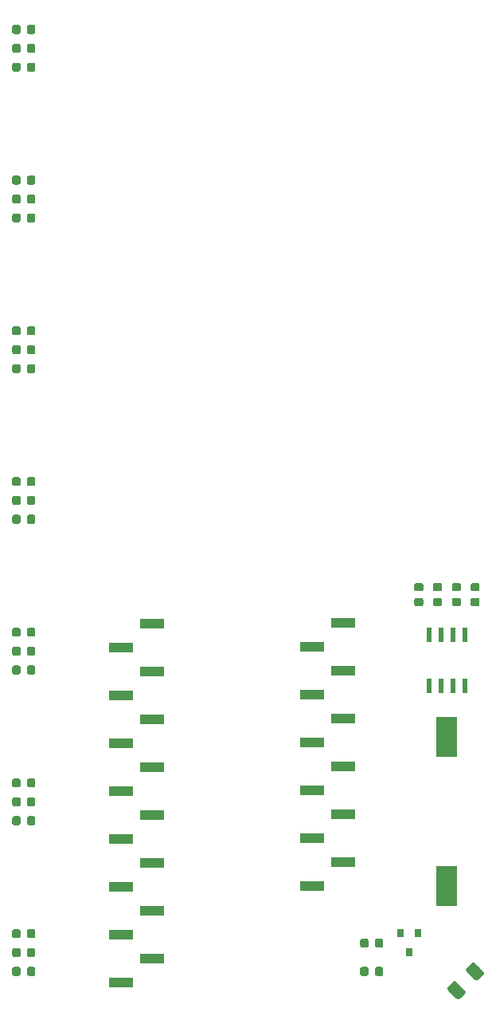
<source format=gbr>
G04 #@! TF.GenerationSoftware,KiCad,Pcbnew,(5.0.1-3-g963ef8bb5)*
G04 #@! TF.CreationDate,2019-06-03T16:35:54+02:00*
G04 #@! TF.ProjectId,foodSampler_v10,666F6F6453616D706C65725F7631302E,rev?*
G04 #@! TF.SameCoordinates,Original*
G04 #@! TF.FileFunction,Paste,Bot*
G04 #@! TF.FilePolarity,Positive*
%FSLAX46Y46*%
G04 Gerber Fmt 4.6, Leading zero omitted, Abs format (unit mm)*
G04 Created by KiCad (PCBNEW (5.0.1-3-g963ef8bb5)) date 2019 June 03, Monday 16:35:54*
%MOMM*%
%LPD*%
G01*
G04 APERTURE LIST*
%ADD10R,2.510000X1.000000*%
%ADD11C,0.100000*%
%ADD12C,0.875000*%
%ADD13R,0.600000X1.550000*%
%ADD14C,1.250000*%
%ADD15R,2.300000X4.300000*%
%ADD16R,0.800000X0.900000*%
G04 APERTURE END LIST*
D10*
G04 #@! TO.C,J00*
X113300000Y-157180000D03*
X113300000Y-152100000D03*
X113300000Y-147020000D03*
X113300000Y-141940000D03*
X113300000Y-136860000D03*
X113300000Y-131780000D03*
X113300000Y-126700000D03*
X113300000Y-121620000D03*
X116610000Y-154640000D03*
X116610000Y-149560000D03*
X116610000Y-144480000D03*
X116610000Y-139400000D03*
X116610000Y-134320000D03*
X116610000Y-129240000D03*
X116610000Y-124160000D03*
X116610000Y-119080000D03*
G04 #@! TD*
D11*
G04 #@! TO.C,C10*
G36*
X102452691Y-57526053D02*
X102473926Y-57529203D01*
X102494750Y-57534419D01*
X102514962Y-57541651D01*
X102534368Y-57550830D01*
X102552781Y-57561866D01*
X102570024Y-57574654D01*
X102585930Y-57589070D01*
X102600346Y-57604976D01*
X102613134Y-57622219D01*
X102624170Y-57640632D01*
X102633349Y-57660038D01*
X102640581Y-57680250D01*
X102645797Y-57701074D01*
X102648947Y-57722309D01*
X102650000Y-57743750D01*
X102650000Y-58256250D01*
X102648947Y-58277691D01*
X102645797Y-58298926D01*
X102640581Y-58319750D01*
X102633349Y-58339962D01*
X102624170Y-58359368D01*
X102613134Y-58377781D01*
X102600346Y-58395024D01*
X102585930Y-58410930D01*
X102570024Y-58425346D01*
X102552781Y-58438134D01*
X102534368Y-58449170D01*
X102514962Y-58458349D01*
X102494750Y-58465581D01*
X102473926Y-58470797D01*
X102452691Y-58473947D01*
X102431250Y-58475000D01*
X101993750Y-58475000D01*
X101972309Y-58473947D01*
X101951074Y-58470797D01*
X101930250Y-58465581D01*
X101910038Y-58458349D01*
X101890632Y-58449170D01*
X101872219Y-58438134D01*
X101854976Y-58425346D01*
X101839070Y-58410930D01*
X101824654Y-58395024D01*
X101811866Y-58377781D01*
X101800830Y-58359368D01*
X101791651Y-58339962D01*
X101784419Y-58319750D01*
X101779203Y-58298926D01*
X101776053Y-58277691D01*
X101775000Y-58256250D01*
X101775000Y-57743750D01*
X101776053Y-57722309D01*
X101779203Y-57701074D01*
X101784419Y-57680250D01*
X101791651Y-57660038D01*
X101800830Y-57640632D01*
X101811866Y-57622219D01*
X101824654Y-57604976D01*
X101839070Y-57589070D01*
X101854976Y-57574654D01*
X101872219Y-57561866D01*
X101890632Y-57550830D01*
X101910038Y-57541651D01*
X101930250Y-57534419D01*
X101951074Y-57529203D01*
X101972309Y-57526053D01*
X101993750Y-57525000D01*
X102431250Y-57525000D01*
X102452691Y-57526053D01*
X102452691Y-57526053D01*
G37*
D12*
X102212500Y-58000000D03*
D11*
G36*
X104027691Y-57526053D02*
X104048926Y-57529203D01*
X104069750Y-57534419D01*
X104089962Y-57541651D01*
X104109368Y-57550830D01*
X104127781Y-57561866D01*
X104145024Y-57574654D01*
X104160930Y-57589070D01*
X104175346Y-57604976D01*
X104188134Y-57622219D01*
X104199170Y-57640632D01*
X104208349Y-57660038D01*
X104215581Y-57680250D01*
X104220797Y-57701074D01*
X104223947Y-57722309D01*
X104225000Y-57743750D01*
X104225000Y-58256250D01*
X104223947Y-58277691D01*
X104220797Y-58298926D01*
X104215581Y-58319750D01*
X104208349Y-58339962D01*
X104199170Y-58359368D01*
X104188134Y-58377781D01*
X104175346Y-58395024D01*
X104160930Y-58410930D01*
X104145024Y-58425346D01*
X104127781Y-58438134D01*
X104109368Y-58449170D01*
X104089962Y-58458349D01*
X104069750Y-58465581D01*
X104048926Y-58470797D01*
X104027691Y-58473947D01*
X104006250Y-58475000D01*
X103568750Y-58475000D01*
X103547309Y-58473947D01*
X103526074Y-58470797D01*
X103505250Y-58465581D01*
X103485038Y-58458349D01*
X103465632Y-58449170D01*
X103447219Y-58438134D01*
X103429976Y-58425346D01*
X103414070Y-58410930D01*
X103399654Y-58395024D01*
X103386866Y-58377781D01*
X103375830Y-58359368D01*
X103366651Y-58339962D01*
X103359419Y-58319750D01*
X103354203Y-58298926D01*
X103351053Y-58277691D01*
X103350000Y-58256250D01*
X103350000Y-57743750D01*
X103351053Y-57722309D01*
X103354203Y-57701074D01*
X103359419Y-57680250D01*
X103366651Y-57660038D01*
X103375830Y-57640632D01*
X103386866Y-57622219D01*
X103399654Y-57604976D01*
X103414070Y-57589070D01*
X103429976Y-57574654D01*
X103447219Y-57561866D01*
X103465632Y-57550830D01*
X103485038Y-57541651D01*
X103505250Y-57534419D01*
X103526074Y-57529203D01*
X103547309Y-57526053D01*
X103568750Y-57525000D01*
X104006250Y-57525000D01*
X104027691Y-57526053D01*
X104027691Y-57526053D01*
G37*
D12*
X103787500Y-58000000D03*
G04 #@! TD*
D11*
G04 #@! TO.C,R10*
G36*
X102452691Y-55526053D02*
X102473926Y-55529203D01*
X102494750Y-55534419D01*
X102514962Y-55541651D01*
X102534368Y-55550830D01*
X102552781Y-55561866D01*
X102570024Y-55574654D01*
X102585930Y-55589070D01*
X102600346Y-55604976D01*
X102613134Y-55622219D01*
X102624170Y-55640632D01*
X102633349Y-55660038D01*
X102640581Y-55680250D01*
X102645797Y-55701074D01*
X102648947Y-55722309D01*
X102650000Y-55743750D01*
X102650000Y-56256250D01*
X102648947Y-56277691D01*
X102645797Y-56298926D01*
X102640581Y-56319750D01*
X102633349Y-56339962D01*
X102624170Y-56359368D01*
X102613134Y-56377781D01*
X102600346Y-56395024D01*
X102585930Y-56410930D01*
X102570024Y-56425346D01*
X102552781Y-56438134D01*
X102534368Y-56449170D01*
X102514962Y-56458349D01*
X102494750Y-56465581D01*
X102473926Y-56470797D01*
X102452691Y-56473947D01*
X102431250Y-56475000D01*
X101993750Y-56475000D01*
X101972309Y-56473947D01*
X101951074Y-56470797D01*
X101930250Y-56465581D01*
X101910038Y-56458349D01*
X101890632Y-56449170D01*
X101872219Y-56438134D01*
X101854976Y-56425346D01*
X101839070Y-56410930D01*
X101824654Y-56395024D01*
X101811866Y-56377781D01*
X101800830Y-56359368D01*
X101791651Y-56339962D01*
X101784419Y-56319750D01*
X101779203Y-56298926D01*
X101776053Y-56277691D01*
X101775000Y-56256250D01*
X101775000Y-55743750D01*
X101776053Y-55722309D01*
X101779203Y-55701074D01*
X101784419Y-55680250D01*
X101791651Y-55660038D01*
X101800830Y-55640632D01*
X101811866Y-55622219D01*
X101824654Y-55604976D01*
X101839070Y-55589070D01*
X101854976Y-55574654D01*
X101872219Y-55561866D01*
X101890632Y-55550830D01*
X101910038Y-55541651D01*
X101930250Y-55534419D01*
X101951074Y-55529203D01*
X101972309Y-55526053D01*
X101993750Y-55525000D01*
X102431250Y-55525000D01*
X102452691Y-55526053D01*
X102452691Y-55526053D01*
G37*
D12*
X102212500Y-56000000D03*
D11*
G36*
X104027691Y-55526053D02*
X104048926Y-55529203D01*
X104069750Y-55534419D01*
X104089962Y-55541651D01*
X104109368Y-55550830D01*
X104127781Y-55561866D01*
X104145024Y-55574654D01*
X104160930Y-55589070D01*
X104175346Y-55604976D01*
X104188134Y-55622219D01*
X104199170Y-55640632D01*
X104208349Y-55660038D01*
X104215581Y-55680250D01*
X104220797Y-55701074D01*
X104223947Y-55722309D01*
X104225000Y-55743750D01*
X104225000Y-56256250D01*
X104223947Y-56277691D01*
X104220797Y-56298926D01*
X104215581Y-56319750D01*
X104208349Y-56339962D01*
X104199170Y-56359368D01*
X104188134Y-56377781D01*
X104175346Y-56395024D01*
X104160930Y-56410930D01*
X104145024Y-56425346D01*
X104127781Y-56438134D01*
X104109368Y-56449170D01*
X104089962Y-56458349D01*
X104069750Y-56465581D01*
X104048926Y-56470797D01*
X104027691Y-56473947D01*
X104006250Y-56475000D01*
X103568750Y-56475000D01*
X103547309Y-56473947D01*
X103526074Y-56470797D01*
X103505250Y-56465581D01*
X103485038Y-56458349D01*
X103465632Y-56449170D01*
X103447219Y-56438134D01*
X103429976Y-56425346D01*
X103414070Y-56410930D01*
X103399654Y-56395024D01*
X103386866Y-56377781D01*
X103375830Y-56359368D01*
X103366651Y-56339962D01*
X103359419Y-56319750D01*
X103354203Y-56298926D01*
X103351053Y-56277691D01*
X103350000Y-56256250D01*
X103350000Y-55743750D01*
X103351053Y-55722309D01*
X103354203Y-55701074D01*
X103359419Y-55680250D01*
X103366651Y-55660038D01*
X103375830Y-55640632D01*
X103386866Y-55622219D01*
X103399654Y-55604976D01*
X103414070Y-55589070D01*
X103429976Y-55574654D01*
X103447219Y-55561866D01*
X103465632Y-55550830D01*
X103485038Y-55541651D01*
X103505250Y-55534419D01*
X103526074Y-55529203D01*
X103547309Y-55526053D01*
X103568750Y-55525000D01*
X104006250Y-55525000D01*
X104027691Y-55526053D01*
X104027691Y-55526053D01*
G37*
D12*
X103787500Y-56000000D03*
G04 #@! TD*
D11*
G04 #@! TO.C,R11*
G36*
X102452691Y-59526053D02*
X102473926Y-59529203D01*
X102494750Y-59534419D01*
X102514962Y-59541651D01*
X102534368Y-59550830D01*
X102552781Y-59561866D01*
X102570024Y-59574654D01*
X102585930Y-59589070D01*
X102600346Y-59604976D01*
X102613134Y-59622219D01*
X102624170Y-59640632D01*
X102633349Y-59660038D01*
X102640581Y-59680250D01*
X102645797Y-59701074D01*
X102648947Y-59722309D01*
X102650000Y-59743750D01*
X102650000Y-60256250D01*
X102648947Y-60277691D01*
X102645797Y-60298926D01*
X102640581Y-60319750D01*
X102633349Y-60339962D01*
X102624170Y-60359368D01*
X102613134Y-60377781D01*
X102600346Y-60395024D01*
X102585930Y-60410930D01*
X102570024Y-60425346D01*
X102552781Y-60438134D01*
X102534368Y-60449170D01*
X102514962Y-60458349D01*
X102494750Y-60465581D01*
X102473926Y-60470797D01*
X102452691Y-60473947D01*
X102431250Y-60475000D01*
X101993750Y-60475000D01*
X101972309Y-60473947D01*
X101951074Y-60470797D01*
X101930250Y-60465581D01*
X101910038Y-60458349D01*
X101890632Y-60449170D01*
X101872219Y-60438134D01*
X101854976Y-60425346D01*
X101839070Y-60410930D01*
X101824654Y-60395024D01*
X101811866Y-60377781D01*
X101800830Y-60359368D01*
X101791651Y-60339962D01*
X101784419Y-60319750D01*
X101779203Y-60298926D01*
X101776053Y-60277691D01*
X101775000Y-60256250D01*
X101775000Y-59743750D01*
X101776053Y-59722309D01*
X101779203Y-59701074D01*
X101784419Y-59680250D01*
X101791651Y-59660038D01*
X101800830Y-59640632D01*
X101811866Y-59622219D01*
X101824654Y-59604976D01*
X101839070Y-59589070D01*
X101854976Y-59574654D01*
X101872219Y-59561866D01*
X101890632Y-59550830D01*
X101910038Y-59541651D01*
X101930250Y-59534419D01*
X101951074Y-59529203D01*
X101972309Y-59526053D01*
X101993750Y-59525000D01*
X102431250Y-59525000D01*
X102452691Y-59526053D01*
X102452691Y-59526053D01*
G37*
D12*
X102212500Y-60000000D03*
D11*
G36*
X104027691Y-59526053D02*
X104048926Y-59529203D01*
X104069750Y-59534419D01*
X104089962Y-59541651D01*
X104109368Y-59550830D01*
X104127781Y-59561866D01*
X104145024Y-59574654D01*
X104160930Y-59589070D01*
X104175346Y-59604976D01*
X104188134Y-59622219D01*
X104199170Y-59640632D01*
X104208349Y-59660038D01*
X104215581Y-59680250D01*
X104220797Y-59701074D01*
X104223947Y-59722309D01*
X104225000Y-59743750D01*
X104225000Y-60256250D01*
X104223947Y-60277691D01*
X104220797Y-60298926D01*
X104215581Y-60319750D01*
X104208349Y-60339962D01*
X104199170Y-60359368D01*
X104188134Y-60377781D01*
X104175346Y-60395024D01*
X104160930Y-60410930D01*
X104145024Y-60425346D01*
X104127781Y-60438134D01*
X104109368Y-60449170D01*
X104089962Y-60458349D01*
X104069750Y-60465581D01*
X104048926Y-60470797D01*
X104027691Y-60473947D01*
X104006250Y-60475000D01*
X103568750Y-60475000D01*
X103547309Y-60473947D01*
X103526074Y-60470797D01*
X103505250Y-60465581D01*
X103485038Y-60458349D01*
X103465632Y-60449170D01*
X103447219Y-60438134D01*
X103429976Y-60425346D01*
X103414070Y-60410930D01*
X103399654Y-60395024D01*
X103386866Y-60377781D01*
X103375830Y-60359368D01*
X103366651Y-60339962D01*
X103359419Y-60319750D01*
X103354203Y-60298926D01*
X103351053Y-60277691D01*
X103350000Y-60256250D01*
X103350000Y-59743750D01*
X103351053Y-59722309D01*
X103354203Y-59701074D01*
X103359419Y-59680250D01*
X103366651Y-59660038D01*
X103375830Y-59640632D01*
X103386866Y-59622219D01*
X103399654Y-59604976D01*
X103414070Y-59589070D01*
X103429976Y-59574654D01*
X103447219Y-59561866D01*
X103465632Y-59550830D01*
X103485038Y-59541651D01*
X103505250Y-59534419D01*
X103526074Y-59529203D01*
X103547309Y-59526053D01*
X103568750Y-59525000D01*
X104006250Y-59525000D01*
X104027691Y-59526053D01*
X104027691Y-59526053D01*
G37*
D12*
X103787500Y-60000000D03*
G04 #@! TD*
D11*
G04 #@! TO.C,C20*
G36*
X102452691Y-73526053D02*
X102473926Y-73529203D01*
X102494750Y-73534419D01*
X102514962Y-73541651D01*
X102534368Y-73550830D01*
X102552781Y-73561866D01*
X102570024Y-73574654D01*
X102585930Y-73589070D01*
X102600346Y-73604976D01*
X102613134Y-73622219D01*
X102624170Y-73640632D01*
X102633349Y-73660038D01*
X102640581Y-73680250D01*
X102645797Y-73701074D01*
X102648947Y-73722309D01*
X102650000Y-73743750D01*
X102650000Y-74256250D01*
X102648947Y-74277691D01*
X102645797Y-74298926D01*
X102640581Y-74319750D01*
X102633349Y-74339962D01*
X102624170Y-74359368D01*
X102613134Y-74377781D01*
X102600346Y-74395024D01*
X102585930Y-74410930D01*
X102570024Y-74425346D01*
X102552781Y-74438134D01*
X102534368Y-74449170D01*
X102514962Y-74458349D01*
X102494750Y-74465581D01*
X102473926Y-74470797D01*
X102452691Y-74473947D01*
X102431250Y-74475000D01*
X101993750Y-74475000D01*
X101972309Y-74473947D01*
X101951074Y-74470797D01*
X101930250Y-74465581D01*
X101910038Y-74458349D01*
X101890632Y-74449170D01*
X101872219Y-74438134D01*
X101854976Y-74425346D01*
X101839070Y-74410930D01*
X101824654Y-74395024D01*
X101811866Y-74377781D01*
X101800830Y-74359368D01*
X101791651Y-74339962D01*
X101784419Y-74319750D01*
X101779203Y-74298926D01*
X101776053Y-74277691D01*
X101775000Y-74256250D01*
X101775000Y-73743750D01*
X101776053Y-73722309D01*
X101779203Y-73701074D01*
X101784419Y-73680250D01*
X101791651Y-73660038D01*
X101800830Y-73640632D01*
X101811866Y-73622219D01*
X101824654Y-73604976D01*
X101839070Y-73589070D01*
X101854976Y-73574654D01*
X101872219Y-73561866D01*
X101890632Y-73550830D01*
X101910038Y-73541651D01*
X101930250Y-73534419D01*
X101951074Y-73529203D01*
X101972309Y-73526053D01*
X101993750Y-73525000D01*
X102431250Y-73525000D01*
X102452691Y-73526053D01*
X102452691Y-73526053D01*
G37*
D12*
X102212500Y-74000000D03*
D11*
G36*
X104027691Y-73526053D02*
X104048926Y-73529203D01*
X104069750Y-73534419D01*
X104089962Y-73541651D01*
X104109368Y-73550830D01*
X104127781Y-73561866D01*
X104145024Y-73574654D01*
X104160930Y-73589070D01*
X104175346Y-73604976D01*
X104188134Y-73622219D01*
X104199170Y-73640632D01*
X104208349Y-73660038D01*
X104215581Y-73680250D01*
X104220797Y-73701074D01*
X104223947Y-73722309D01*
X104225000Y-73743750D01*
X104225000Y-74256250D01*
X104223947Y-74277691D01*
X104220797Y-74298926D01*
X104215581Y-74319750D01*
X104208349Y-74339962D01*
X104199170Y-74359368D01*
X104188134Y-74377781D01*
X104175346Y-74395024D01*
X104160930Y-74410930D01*
X104145024Y-74425346D01*
X104127781Y-74438134D01*
X104109368Y-74449170D01*
X104089962Y-74458349D01*
X104069750Y-74465581D01*
X104048926Y-74470797D01*
X104027691Y-74473947D01*
X104006250Y-74475000D01*
X103568750Y-74475000D01*
X103547309Y-74473947D01*
X103526074Y-74470797D01*
X103505250Y-74465581D01*
X103485038Y-74458349D01*
X103465632Y-74449170D01*
X103447219Y-74438134D01*
X103429976Y-74425346D01*
X103414070Y-74410930D01*
X103399654Y-74395024D01*
X103386866Y-74377781D01*
X103375830Y-74359368D01*
X103366651Y-74339962D01*
X103359419Y-74319750D01*
X103354203Y-74298926D01*
X103351053Y-74277691D01*
X103350000Y-74256250D01*
X103350000Y-73743750D01*
X103351053Y-73722309D01*
X103354203Y-73701074D01*
X103359419Y-73680250D01*
X103366651Y-73660038D01*
X103375830Y-73640632D01*
X103386866Y-73622219D01*
X103399654Y-73604976D01*
X103414070Y-73589070D01*
X103429976Y-73574654D01*
X103447219Y-73561866D01*
X103465632Y-73550830D01*
X103485038Y-73541651D01*
X103505250Y-73534419D01*
X103526074Y-73529203D01*
X103547309Y-73526053D01*
X103568750Y-73525000D01*
X104006250Y-73525000D01*
X104027691Y-73526053D01*
X104027691Y-73526053D01*
G37*
D12*
X103787500Y-74000000D03*
G04 #@! TD*
D11*
G04 #@! TO.C,C30*
G36*
X104027691Y-89526053D02*
X104048926Y-89529203D01*
X104069750Y-89534419D01*
X104089962Y-89541651D01*
X104109368Y-89550830D01*
X104127781Y-89561866D01*
X104145024Y-89574654D01*
X104160930Y-89589070D01*
X104175346Y-89604976D01*
X104188134Y-89622219D01*
X104199170Y-89640632D01*
X104208349Y-89660038D01*
X104215581Y-89680250D01*
X104220797Y-89701074D01*
X104223947Y-89722309D01*
X104225000Y-89743750D01*
X104225000Y-90256250D01*
X104223947Y-90277691D01*
X104220797Y-90298926D01*
X104215581Y-90319750D01*
X104208349Y-90339962D01*
X104199170Y-90359368D01*
X104188134Y-90377781D01*
X104175346Y-90395024D01*
X104160930Y-90410930D01*
X104145024Y-90425346D01*
X104127781Y-90438134D01*
X104109368Y-90449170D01*
X104089962Y-90458349D01*
X104069750Y-90465581D01*
X104048926Y-90470797D01*
X104027691Y-90473947D01*
X104006250Y-90475000D01*
X103568750Y-90475000D01*
X103547309Y-90473947D01*
X103526074Y-90470797D01*
X103505250Y-90465581D01*
X103485038Y-90458349D01*
X103465632Y-90449170D01*
X103447219Y-90438134D01*
X103429976Y-90425346D01*
X103414070Y-90410930D01*
X103399654Y-90395024D01*
X103386866Y-90377781D01*
X103375830Y-90359368D01*
X103366651Y-90339962D01*
X103359419Y-90319750D01*
X103354203Y-90298926D01*
X103351053Y-90277691D01*
X103350000Y-90256250D01*
X103350000Y-89743750D01*
X103351053Y-89722309D01*
X103354203Y-89701074D01*
X103359419Y-89680250D01*
X103366651Y-89660038D01*
X103375830Y-89640632D01*
X103386866Y-89622219D01*
X103399654Y-89604976D01*
X103414070Y-89589070D01*
X103429976Y-89574654D01*
X103447219Y-89561866D01*
X103465632Y-89550830D01*
X103485038Y-89541651D01*
X103505250Y-89534419D01*
X103526074Y-89529203D01*
X103547309Y-89526053D01*
X103568750Y-89525000D01*
X104006250Y-89525000D01*
X104027691Y-89526053D01*
X104027691Y-89526053D01*
G37*
D12*
X103787500Y-90000000D03*
D11*
G36*
X102452691Y-89526053D02*
X102473926Y-89529203D01*
X102494750Y-89534419D01*
X102514962Y-89541651D01*
X102534368Y-89550830D01*
X102552781Y-89561866D01*
X102570024Y-89574654D01*
X102585930Y-89589070D01*
X102600346Y-89604976D01*
X102613134Y-89622219D01*
X102624170Y-89640632D01*
X102633349Y-89660038D01*
X102640581Y-89680250D01*
X102645797Y-89701074D01*
X102648947Y-89722309D01*
X102650000Y-89743750D01*
X102650000Y-90256250D01*
X102648947Y-90277691D01*
X102645797Y-90298926D01*
X102640581Y-90319750D01*
X102633349Y-90339962D01*
X102624170Y-90359368D01*
X102613134Y-90377781D01*
X102600346Y-90395024D01*
X102585930Y-90410930D01*
X102570024Y-90425346D01*
X102552781Y-90438134D01*
X102534368Y-90449170D01*
X102514962Y-90458349D01*
X102494750Y-90465581D01*
X102473926Y-90470797D01*
X102452691Y-90473947D01*
X102431250Y-90475000D01*
X101993750Y-90475000D01*
X101972309Y-90473947D01*
X101951074Y-90470797D01*
X101930250Y-90465581D01*
X101910038Y-90458349D01*
X101890632Y-90449170D01*
X101872219Y-90438134D01*
X101854976Y-90425346D01*
X101839070Y-90410930D01*
X101824654Y-90395024D01*
X101811866Y-90377781D01*
X101800830Y-90359368D01*
X101791651Y-90339962D01*
X101784419Y-90319750D01*
X101779203Y-90298926D01*
X101776053Y-90277691D01*
X101775000Y-90256250D01*
X101775000Y-89743750D01*
X101776053Y-89722309D01*
X101779203Y-89701074D01*
X101784419Y-89680250D01*
X101791651Y-89660038D01*
X101800830Y-89640632D01*
X101811866Y-89622219D01*
X101824654Y-89604976D01*
X101839070Y-89589070D01*
X101854976Y-89574654D01*
X101872219Y-89561866D01*
X101890632Y-89550830D01*
X101910038Y-89541651D01*
X101930250Y-89534419D01*
X101951074Y-89529203D01*
X101972309Y-89526053D01*
X101993750Y-89525000D01*
X102431250Y-89525000D01*
X102452691Y-89526053D01*
X102452691Y-89526053D01*
G37*
D12*
X102212500Y-90000000D03*
G04 #@! TD*
D11*
G04 #@! TO.C,C40*
G36*
X102452691Y-105526053D02*
X102473926Y-105529203D01*
X102494750Y-105534419D01*
X102514962Y-105541651D01*
X102534368Y-105550830D01*
X102552781Y-105561866D01*
X102570024Y-105574654D01*
X102585930Y-105589070D01*
X102600346Y-105604976D01*
X102613134Y-105622219D01*
X102624170Y-105640632D01*
X102633349Y-105660038D01*
X102640581Y-105680250D01*
X102645797Y-105701074D01*
X102648947Y-105722309D01*
X102650000Y-105743750D01*
X102650000Y-106256250D01*
X102648947Y-106277691D01*
X102645797Y-106298926D01*
X102640581Y-106319750D01*
X102633349Y-106339962D01*
X102624170Y-106359368D01*
X102613134Y-106377781D01*
X102600346Y-106395024D01*
X102585930Y-106410930D01*
X102570024Y-106425346D01*
X102552781Y-106438134D01*
X102534368Y-106449170D01*
X102514962Y-106458349D01*
X102494750Y-106465581D01*
X102473926Y-106470797D01*
X102452691Y-106473947D01*
X102431250Y-106475000D01*
X101993750Y-106475000D01*
X101972309Y-106473947D01*
X101951074Y-106470797D01*
X101930250Y-106465581D01*
X101910038Y-106458349D01*
X101890632Y-106449170D01*
X101872219Y-106438134D01*
X101854976Y-106425346D01*
X101839070Y-106410930D01*
X101824654Y-106395024D01*
X101811866Y-106377781D01*
X101800830Y-106359368D01*
X101791651Y-106339962D01*
X101784419Y-106319750D01*
X101779203Y-106298926D01*
X101776053Y-106277691D01*
X101775000Y-106256250D01*
X101775000Y-105743750D01*
X101776053Y-105722309D01*
X101779203Y-105701074D01*
X101784419Y-105680250D01*
X101791651Y-105660038D01*
X101800830Y-105640632D01*
X101811866Y-105622219D01*
X101824654Y-105604976D01*
X101839070Y-105589070D01*
X101854976Y-105574654D01*
X101872219Y-105561866D01*
X101890632Y-105550830D01*
X101910038Y-105541651D01*
X101930250Y-105534419D01*
X101951074Y-105529203D01*
X101972309Y-105526053D01*
X101993750Y-105525000D01*
X102431250Y-105525000D01*
X102452691Y-105526053D01*
X102452691Y-105526053D01*
G37*
D12*
X102212500Y-106000000D03*
D11*
G36*
X104027691Y-105526053D02*
X104048926Y-105529203D01*
X104069750Y-105534419D01*
X104089962Y-105541651D01*
X104109368Y-105550830D01*
X104127781Y-105561866D01*
X104145024Y-105574654D01*
X104160930Y-105589070D01*
X104175346Y-105604976D01*
X104188134Y-105622219D01*
X104199170Y-105640632D01*
X104208349Y-105660038D01*
X104215581Y-105680250D01*
X104220797Y-105701074D01*
X104223947Y-105722309D01*
X104225000Y-105743750D01*
X104225000Y-106256250D01*
X104223947Y-106277691D01*
X104220797Y-106298926D01*
X104215581Y-106319750D01*
X104208349Y-106339962D01*
X104199170Y-106359368D01*
X104188134Y-106377781D01*
X104175346Y-106395024D01*
X104160930Y-106410930D01*
X104145024Y-106425346D01*
X104127781Y-106438134D01*
X104109368Y-106449170D01*
X104089962Y-106458349D01*
X104069750Y-106465581D01*
X104048926Y-106470797D01*
X104027691Y-106473947D01*
X104006250Y-106475000D01*
X103568750Y-106475000D01*
X103547309Y-106473947D01*
X103526074Y-106470797D01*
X103505250Y-106465581D01*
X103485038Y-106458349D01*
X103465632Y-106449170D01*
X103447219Y-106438134D01*
X103429976Y-106425346D01*
X103414070Y-106410930D01*
X103399654Y-106395024D01*
X103386866Y-106377781D01*
X103375830Y-106359368D01*
X103366651Y-106339962D01*
X103359419Y-106319750D01*
X103354203Y-106298926D01*
X103351053Y-106277691D01*
X103350000Y-106256250D01*
X103350000Y-105743750D01*
X103351053Y-105722309D01*
X103354203Y-105701074D01*
X103359419Y-105680250D01*
X103366651Y-105660038D01*
X103375830Y-105640632D01*
X103386866Y-105622219D01*
X103399654Y-105604976D01*
X103414070Y-105589070D01*
X103429976Y-105574654D01*
X103447219Y-105561866D01*
X103465632Y-105550830D01*
X103485038Y-105541651D01*
X103505250Y-105534419D01*
X103526074Y-105529203D01*
X103547309Y-105526053D01*
X103568750Y-105525000D01*
X104006250Y-105525000D01*
X104027691Y-105526053D01*
X104027691Y-105526053D01*
G37*
D12*
X103787500Y-106000000D03*
G04 #@! TD*
D11*
G04 #@! TO.C,C50*
G36*
X104027691Y-121526053D02*
X104048926Y-121529203D01*
X104069750Y-121534419D01*
X104089962Y-121541651D01*
X104109368Y-121550830D01*
X104127781Y-121561866D01*
X104145024Y-121574654D01*
X104160930Y-121589070D01*
X104175346Y-121604976D01*
X104188134Y-121622219D01*
X104199170Y-121640632D01*
X104208349Y-121660038D01*
X104215581Y-121680250D01*
X104220797Y-121701074D01*
X104223947Y-121722309D01*
X104225000Y-121743750D01*
X104225000Y-122256250D01*
X104223947Y-122277691D01*
X104220797Y-122298926D01*
X104215581Y-122319750D01*
X104208349Y-122339962D01*
X104199170Y-122359368D01*
X104188134Y-122377781D01*
X104175346Y-122395024D01*
X104160930Y-122410930D01*
X104145024Y-122425346D01*
X104127781Y-122438134D01*
X104109368Y-122449170D01*
X104089962Y-122458349D01*
X104069750Y-122465581D01*
X104048926Y-122470797D01*
X104027691Y-122473947D01*
X104006250Y-122475000D01*
X103568750Y-122475000D01*
X103547309Y-122473947D01*
X103526074Y-122470797D01*
X103505250Y-122465581D01*
X103485038Y-122458349D01*
X103465632Y-122449170D01*
X103447219Y-122438134D01*
X103429976Y-122425346D01*
X103414070Y-122410930D01*
X103399654Y-122395024D01*
X103386866Y-122377781D01*
X103375830Y-122359368D01*
X103366651Y-122339962D01*
X103359419Y-122319750D01*
X103354203Y-122298926D01*
X103351053Y-122277691D01*
X103350000Y-122256250D01*
X103350000Y-121743750D01*
X103351053Y-121722309D01*
X103354203Y-121701074D01*
X103359419Y-121680250D01*
X103366651Y-121660038D01*
X103375830Y-121640632D01*
X103386866Y-121622219D01*
X103399654Y-121604976D01*
X103414070Y-121589070D01*
X103429976Y-121574654D01*
X103447219Y-121561866D01*
X103465632Y-121550830D01*
X103485038Y-121541651D01*
X103505250Y-121534419D01*
X103526074Y-121529203D01*
X103547309Y-121526053D01*
X103568750Y-121525000D01*
X104006250Y-121525000D01*
X104027691Y-121526053D01*
X104027691Y-121526053D01*
G37*
D12*
X103787500Y-122000000D03*
D11*
G36*
X102452691Y-121526053D02*
X102473926Y-121529203D01*
X102494750Y-121534419D01*
X102514962Y-121541651D01*
X102534368Y-121550830D01*
X102552781Y-121561866D01*
X102570024Y-121574654D01*
X102585930Y-121589070D01*
X102600346Y-121604976D01*
X102613134Y-121622219D01*
X102624170Y-121640632D01*
X102633349Y-121660038D01*
X102640581Y-121680250D01*
X102645797Y-121701074D01*
X102648947Y-121722309D01*
X102650000Y-121743750D01*
X102650000Y-122256250D01*
X102648947Y-122277691D01*
X102645797Y-122298926D01*
X102640581Y-122319750D01*
X102633349Y-122339962D01*
X102624170Y-122359368D01*
X102613134Y-122377781D01*
X102600346Y-122395024D01*
X102585930Y-122410930D01*
X102570024Y-122425346D01*
X102552781Y-122438134D01*
X102534368Y-122449170D01*
X102514962Y-122458349D01*
X102494750Y-122465581D01*
X102473926Y-122470797D01*
X102452691Y-122473947D01*
X102431250Y-122475000D01*
X101993750Y-122475000D01*
X101972309Y-122473947D01*
X101951074Y-122470797D01*
X101930250Y-122465581D01*
X101910038Y-122458349D01*
X101890632Y-122449170D01*
X101872219Y-122438134D01*
X101854976Y-122425346D01*
X101839070Y-122410930D01*
X101824654Y-122395024D01*
X101811866Y-122377781D01*
X101800830Y-122359368D01*
X101791651Y-122339962D01*
X101784419Y-122319750D01*
X101779203Y-122298926D01*
X101776053Y-122277691D01*
X101775000Y-122256250D01*
X101775000Y-121743750D01*
X101776053Y-121722309D01*
X101779203Y-121701074D01*
X101784419Y-121680250D01*
X101791651Y-121660038D01*
X101800830Y-121640632D01*
X101811866Y-121622219D01*
X101824654Y-121604976D01*
X101839070Y-121589070D01*
X101854976Y-121574654D01*
X101872219Y-121561866D01*
X101890632Y-121550830D01*
X101910038Y-121541651D01*
X101930250Y-121534419D01*
X101951074Y-121529203D01*
X101972309Y-121526053D01*
X101993750Y-121525000D01*
X102431250Y-121525000D01*
X102452691Y-121526053D01*
X102452691Y-121526053D01*
G37*
D12*
X102212500Y-122000000D03*
G04 #@! TD*
D11*
G04 #@! TO.C,C60*
G36*
X102452691Y-137526053D02*
X102473926Y-137529203D01*
X102494750Y-137534419D01*
X102514962Y-137541651D01*
X102534368Y-137550830D01*
X102552781Y-137561866D01*
X102570024Y-137574654D01*
X102585930Y-137589070D01*
X102600346Y-137604976D01*
X102613134Y-137622219D01*
X102624170Y-137640632D01*
X102633349Y-137660038D01*
X102640581Y-137680250D01*
X102645797Y-137701074D01*
X102648947Y-137722309D01*
X102650000Y-137743750D01*
X102650000Y-138256250D01*
X102648947Y-138277691D01*
X102645797Y-138298926D01*
X102640581Y-138319750D01*
X102633349Y-138339962D01*
X102624170Y-138359368D01*
X102613134Y-138377781D01*
X102600346Y-138395024D01*
X102585930Y-138410930D01*
X102570024Y-138425346D01*
X102552781Y-138438134D01*
X102534368Y-138449170D01*
X102514962Y-138458349D01*
X102494750Y-138465581D01*
X102473926Y-138470797D01*
X102452691Y-138473947D01*
X102431250Y-138475000D01*
X101993750Y-138475000D01*
X101972309Y-138473947D01*
X101951074Y-138470797D01*
X101930250Y-138465581D01*
X101910038Y-138458349D01*
X101890632Y-138449170D01*
X101872219Y-138438134D01*
X101854976Y-138425346D01*
X101839070Y-138410930D01*
X101824654Y-138395024D01*
X101811866Y-138377781D01*
X101800830Y-138359368D01*
X101791651Y-138339962D01*
X101784419Y-138319750D01*
X101779203Y-138298926D01*
X101776053Y-138277691D01*
X101775000Y-138256250D01*
X101775000Y-137743750D01*
X101776053Y-137722309D01*
X101779203Y-137701074D01*
X101784419Y-137680250D01*
X101791651Y-137660038D01*
X101800830Y-137640632D01*
X101811866Y-137622219D01*
X101824654Y-137604976D01*
X101839070Y-137589070D01*
X101854976Y-137574654D01*
X101872219Y-137561866D01*
X101890632Y-137550830D01*
X101910038Y-137541651D01*
X101930250Y-137534419D01*
X101951074Y-137529203D01*
X101972309Y-137526053D01*
X101993750Y-137525000D01*
X102431250Y-137525000D01*
X102452691Y-137526053D01*
X102452691Y-137526053D01*
G37*
D12*
X102212500Y-138000000D03*
D11*
G36*
X104027691Y-137526053D02*
X104048926Y-137529203D01*
X104069750Y-137534419D01*
X104089962Y-137541651D01*
X104109368Y-137550830D01*
X104127781Y-137561866D01*
X104145024Y-137574654D01*
X104160930Y-137589070D01*
X104175346Y-137604976D01*
X104188134Y-137622219D01*
X104199170Y-137640632D01*
X104208349Y-137660038D01*
X104215581Y-137680250D01*
X104220797Y-137701074D01*
X104223947Y-137722309D01*
X104225000Y-137743750D01*
X104225000Y-138256250D01*
X104223947Y-138277691D01*
X104220797Y-138298926D01*
X104215581Y-138319750D01*
X104208349Y-138339962D01*
X104199170Y-138359368D01*
X104188134Y-138377781D01*
X104175346Y-138395024D01*
X104160930Y-138410930D01*
X104145024Y-138425346D01*
X104127781Y-138438134D01*
X104109368Y-138449170D01*
X104089962Y-138458349D01*
X104069750Y-138465581D01*
X104048926Y-138470797D01*
X104027691Y-138473947D01*
X104006250Y-138475000D01*
X103568750Y-138475000D01*
X103547309Y-138473947D01*
X103526074Y-138470797D01*
X103505250Y-138465581D01*
X103485038Y-138458349D01*
X103465632Y-138449170D01*
X103447219Y-138438134D01*
X103429976Y-138425346D01*
X103414070Y-138410930D01*
X103399654Y-138395024D01*
X103386866Y-138377781D01*
X103375830Y-138359368D01*
X103366651Y-138339962D01*
X103359419Y-138319750D01*
X103354203Y-138298926D01*
X103351053Y-138277691D01*
X103350000Y-138256250D01*
X103350000Y-137743750D01*
X103351053Y-137722309D01*
X103354203Y-137701074D01*
X103359419Y-137680250D01*
X103366651Y-137660038D01*
X103375830Y-137640632D01*
X103386866Y-137622219D01*
X103399654Y-137604976D01*
X103414070Y-137589070D01*
X103429976Y-137574654D01*
X103447219Y-137561866D01*
X103465632Y-137550830D01*
X103485038Y-137541651D01*
X103505250Y-137534419D01*
X103526074Y-137529203D01*
X103547309Y-137526053D01*
X103568750Y-137525000D01*
X104006250Y-137525000D01*
X104027691Y-137526053D01*
X104027691Y-137526053D01*
G37*
D12*
X103787500Y-138000000D03*
G04 #@! TD*
D11*
G04 #@! TO.C,C70*
G36*
X104027691Y-153526053D02*
X104048926Y-153529203D01*
X104069750Y-153534419D01*
X104089962Y-153541651D01*
X104109368Y-153550830D01*
X104127781Y-153561866D01*
X104145024Y-153574654D01*
X104160930Y-153589070D01*
X104175346Y-153604976D01*
X104188134Y-153622219D01*
X104199170Y-153640632D01*
X104208349Y-153660038D01*
X104215581Y-153680250D01*
X104220797Y-153701074D01*
X104223947Y-153722309D01*
X104225000Y-153743750D01*
X104225000Y-154256250D01*
X104223947Y-154277691D01*
X104220797Y-154298926D01*
X104215581Y-154319750D01*
X104208349Y-154339962D01*
X104199170Y-154359368D01*
X104188134Y-154377781D01*
X104175346Y-154395024D01*
X104160930Y-154410930D01*
X104145024Y-154425346D01*
X104127781Y-154438134D01*
X104109368Y-154449170D01*
X104089962Y-154458349D01*
X104069750Y-154465581D01*
X104048926Y-154470797D01*
X104027691Y-154473947D01*
X104006250Y-154475000D01*
X103568750Y-154475000D01*
X103547309Y-154473947D01*
X103526074Y-154470797D01*
X103505250Y-154465581D01*
X103485038Y-154458349D01*
X103465632Y-154449170D01*
X103447219Y-154438134D01*
X103429976Y-154425346D01*
X103414070Y-154410930D01*
X103399654Y-154395024D01*
X103386866Y-154377781D01*
X103375830Y-154359368D01*
X103366651Y-154339962D01*
X103359419Y-154319750D01*
X103354203Y-154298926D01*
X103351053Y-154277691D01*
X103350000Y-154256250D01*
X103350000Y-153743750D01*
X103351053Y-153722309D01*
X103354203Y-153701074D01*
X103359419Y-153680250D01*
X103366651Y-153660038D01*
X103375830Y-153640632D01*
X103386866Y-153622219D01*
X103399654Y-153604976D01*
X103414070Y-153589070D01*
X103429976Y-153574654D01*
X103447219Y-153561866D01*
X103465632Y-153550830D01*
X103485038Y-153541651D01*
X103505250Y-153534419D01*
X103526074Y-153529203D01*
X103547309Y-153526053D01*
X103568750Y-153525000D01*
X104006250Y-153525000D01*
X104027691Y-153526053D01*
X104027691Y-153526053D01*
G37*
D12*
X103787500Y-154000000D03*
D11*
G36*
X102452691Y-153526053D02*
X102473926Y-153529203D01*
X102494750Y-153534419D01*
X102514962Y-153541651D01*
X102534368Y-153550830D01*
X102552781Y-153561866D01*
X102570024Y-153574654D01*
X102585930Y-153589070D01*
X102600346Y-153604976D01*
X102613134Y-153622219D01*
X102624170Y-153640632D01*
X102633349Y-153660038D01*
X102640581Y-153680250D01*
X102645797Y-153701074D01*
X102648947Y-153722309D01*
X102650000Y-153743750D01*
X102650000Y-154256250D01*
X102648947Y-154277691D01*
X102645797Y-154298926D01*
X102640581Y-154319750D01*
X102633349Y-154339962D01*
X102624170Y-154359368D01*
X102613134Y-154377781D01*
X102600346Y-154395024D01*
X102585930Y-154410930D01*
X102570024Y-154425346D01*
X102552781Y-154438134D01*
X102534368Y-154449170D01*
X102514962Y-154458349D01*
X102494750Y-154465581D01*
X102473926Y-154470797D01*
X102452691Y-154473947D01*
X102431250Y-154475000D01*
X101993750Y-154475000D01*
X101972309Y-154473947D01*
X101951074Y-154470797D01*
X101930250Y-154465581D01*
X101910038Y-154458349D01*
X101890632Y-154449170D01*
X101872219Y-154438134D01*
X101854976Y-154425346D01*
X101839070Y-154410930D01*
X101824654Y-154395024D01*
X101811866Y-154377781D01*
X101800830Y-154359368D01*
X101791651Y-154339962D01*
X101784419Y-154319750D01*
X101779203Y-154298926D01*
X101776053Y-154277691D01*
X101775000Y-154256250D01*
X101775000Y-153743750D01*
X101776053Y-153722309D01*
X101779203Y-153701074D01*
X101784419Y-153680250D01*
X101791651Y-153660038D01*
X101800830Y-153640632D01*
X101811866Y-153622219D01*
X101824654Y-153604976D01*
X101839070Y-153589070D01*
X101854976Y-153574654D01*
X101872219Y-153561866D01*
X101890632Y-153550830D01*
X101910038Y-153541651D01*
X101930250Y-153534419D01*
X101951074Y-153529203D01*
X101972309Y-153526053D01*
X101993750Y-153525000D01*
X102431250Y-153525000D01*
X102452691Y-153526053D01*
X102452691Y-153526053D01*
G37*
D12*
X102212500Y-154000000D03*
G04 #@! TD*
D11*
G04 #@! TO.C,R20*
G36*
X102452691Y-71526053D02*
X102473926Y-71529203D01*
X102494750Y-71534419D01*
X102514962Y-71541651D01*
X102534368Y-71550830D01*
X102552781Y-71561866D01*
X102570024Y-71574654D01*
X102585930Y-71589070D01*
X102600346Y-71604976D01*
X102613134Y-71622219D01*
X102624170Y-71640632D01*
X102633349Y-71660038D01*
X102640581Y-71680250D01*
X102645797Y-71701074D01*
X102648947Y-71722309D01*
X102650000Y-71743750D01*
X102650000Y-72256250D01*
X102648947Y-72277691D01*
X102645797Y-72298926D01*
X102640581Y-72319750D01*
X102633349Y-72339962D01*
X102624170Y-72359368D01*
X102613134Y-72377781D01*
X102600346Y-72395024D01*
X102585930Y-72410930D01*
X102570024Y-72425346D01*
X102552781Y-72438134D01*
X102534368Y-72449170D01*
X102514962Y-72458349D01*
X102494750Y-72465581D01*
X102473926Y-72470797D01*
X102452691Y-72473947D01*
X102431250Y-72475000D01*
X101993750Y-72475000D01*
X101972309Y-72473947D01*
X101951074Y-72470797D01*
X101930250Y-72465581D01*
X101910038Y-72458349D01*
X101890632Y-72449170D01*
X101872219Y-72438134D01*
X101854976Y-72425346D01*
X101839070Y-72410930D01*
X101824654Y-72395024D01*
X101811866Y-72377781D01*
X101800830Y-72359368D01*
X101791651Y-72339962D01*
X101784419Y-72319750D01*
X101779203Y-72298926D01*
X101776053Y-72277691D01*
X101775000Y-72256250D01*
X101775000Y-71743750D01*
X101776053Y-71722309D01*
X101779203Y-71701074D01*
X101784419Y-71680250D01*
X101791651Y-71660038D01*
X101800830Y-71640632D01*
X101811866Y-71622219D01*
X101824654Y-71604976D01*
X101839070Y-71589070D01*
X101854976Y-71574654D01*
X101872219Y-71561866D01*
X101890632Y-71550830D01*
X101910038Y-71541651D01*
X101930250Y-71534419D01*
X101951074Y-71529203D01*
X101972309Y-71526053D01*
X101993750Y-71525000D01*
X102431250Y-71525000D01*
X102452691Y-71526053D01*
X102452691Y-71526053D01*
G37*
D12*
X102212500Y-72000000D03*
D11*
G36*
X104027691Y-71526053D02*
X104048926Y-71529203D01*
X104069750Y-71534419D01*
X104089962Y-71541651D01*
X104109368Y-71550830D01*
X104127781Y-71561866D01*
X104145024Y-71574654D01*
X104160930Y-71589070D01*
X104175346Y-71604976D01*
X104188134Y-71622219D01*
X104199170Y-71640632D01*
X104208349Y-71660038D01*
X104215581Y-71680250D01*
X104220797Y-71701074D01*
X104223947Y-71722309D01*
X104225000Y-71743750D01*
X104225000Y-72256250D01*
X104223947Y-72277691D01*
X104220797Y-72298926D01*
X104215581Y-72319750D01*
X104208349Y-72339962D01*
X104199170Y-72359368D01*
X104188134Y-72377781D01*
X104175346Y-72395024D01*
X104160930Y-72410930D01*
X104145024Y-72425346D01*
X104127781Y-72438134D01*
X104109368Y-72449170D01*
X104089962Y-72458349D01*
X104069750Y-72465581D01*
X104048926Y-72470797D01*
X104027691Y-72473947D01*
X104006250Y-72475000D01*
X103568750Y-72475000D01*
X103547309Y-72473947D01*
X103526074Y-72470797D01*
X103505250Y-72465581D01*
X103485038Y-72458349D01*
X103465632Y-72449170D01*
X103447219Y-72438134D01*
X103429976Y-72425346D01*
X103414070Y-72410930D01*
X103399654Y-72395024D01*
X103386866Y-72377781D01*
X103375830Y-72359368D01*
X103366651Y-72339962D01*
X103359419Y-72319750D01*
X103354203Y-72298926D01*
X103351053Y-72277691D01*
X103350000Y-72256250D01*
X103350000Y-71743750D01*
X103351053Y-71722309D01*
X103354203Y-71701074D01*
X103359419Y-71680250D01*
X103366651Y-71660038D01*
X103375830Y-71640632D01*
X103386866Y-71622219D01*
X103399654Y-71604976D01*
X103414070Y-71589070D01*
X103429976Y-71574654D01*
X103447219Y-71561866D01*
X103465632Y-71550830D01*
X103485038Y-71541651D01*
X103505250Y-71534419D01*
X103526074Y-71529203D01*
X103547309Y-71526053D01*
X103568750Y-71525000D01*
X104006250Y-71525000D01*
X104027691Y-71526053D01*
X104027691Y-71526053D01*
G37*
D12*
X103787500Y-72000000D03*
G04 #@! TD*
D11*
G04 #@! TO.C,R21*
G36*
X102452691Y-75526053D02*
X102473926Y-75529203D01*
X102494750Y-75534419D01*
X102514962Y-75541651D01*
X102534368Y-75550830D01*
X102552781Y-75561866D01*
X102570024Y-75574654D01*
X102585930Y-75589070D01*
X102600346Y-75604976D01*
X102613134Y-75622219D01*
X102624170Y-75640632D01*
X102633349Y-75660038D01*
X102640581Y-75680250D01*
X102645797Y-75701074D01*
X102648947Y-75722309D01*
X102650000Y-75743750D01*
X102650000Y-76256250D01*
X102648947Y-76277691D01*
X102645797Y-76298926D01*
X102640581Y-76319750D01*
X102633349Y-76339962D01*
X102624170Y-76359368D01*
X102613134Y-76377781D01*
X102600346Y-76395024D01*
X102585930Y-76410930D01*
X102570024Y-76425346D01*
X102552781Y-76438134D01*
X102534368Y-76449170D01*
X102514962Y-76458349D01*
X102494750Y-76465581D01*
X102473926Y-76470797D01*
X102452691Y-76473947D01*
X102431250Y-76475000D01*
X101993750Y-76475000D01*
X101972309Y-76473947D01*
X101951074Y-76470797D01*
X101930250Y-76465581D01*
X101910038Y-76458349D01*
X101890632Y-76449170D01*
X101872219Y-76438134D01*
X101854976Y-76425346D01*
X101839070Y-76410930D01*
X101824654Y-76395024D01*
X101811866Y-76377781D01*
X101800830Y-76359368D01*
X101791651Y-76339962D01*
X101784419Y-76319750D01*
X101779203Y-76298926D01*
X101776053Y-76277691D01*
X101775000Y-76256250D01*
X101775000Y-75743750D01*
X101776053Y-75722309D01*
X101779203Y-75701074D01*
X101784419Y-75680250D01*
X101791651Y-75660038D01*
X101800830Y-75640632D01*
X101811866Y-75622219D01*
X101824654Y-75604976D01*
X101839070Y-75589070D01*
X101854976Y-75574654D01*
X101872219Y-75561866D01*
X101890632Y-75550830D01*
X101910038Y-75541651D01*
X101930250Y-75534419D01*
X101951074Y-75529203D01*
X101972309Y-75526053D01*
X101993750Y-75525000D01*
X102431250Y-75525000D01*
X102452691Y-75526053D01*
X102452691Y-75526053D01*
G37*
D12*
X102212500Y-76000000D03*
D11*
G36*
X104027691Y-75526053D02*
X104048926Y-75529203D01*
X104069750Y-75534419D01*
X104089962Y-75541651D01*
X104109368Y-75550830D01*
X104127781Y-75561866D01*
X104145024Y-75574654D01*
X104160930Y-75589070D01*
X104175346Y-75604976D01*
X104188134Y-75622219D01*
X104199170Y-75640632D01*
X104208349Y-75660038D01*
X104215581Y-75680250D01*
X104220797Y-75701074D01*
X104223947Y-75722309D01*
X104225000Y-75743750D01*
X104225000Y-76256250D01*
X104223947Y-76277691D01*
X104220797Y-76298926D01*
X104215581Y-76319750D01*
X104208349Y-76339962D01*
X104199170Y-76359368D01*
X104188134Y-76377781D01*
X104175346Y-76395024D01*
X104160930Y-76410930D01*
X104145024Y-76425346D01*
X104127781Y-76438134D01*
X104109368Y-76449170D01*
X104089962Y-76458349D01*
X104069750Y-76465581D01*
X104048926Y-76470797D01*
X104027691Y-76473947D01*
X104006250Y-76475000D01*
X103568750Y-76475000D01*
X103547309Y-76473947D01*
X103526074Y-76470797D01*
X103505250Y-76465581D01*
X103485038Y-76458349D01*
X103465632Y-76449170D01*
X103447219Y-76438134D01*
X103429976Y-76425346D01*
X103414070Y-76410930D01*
X103399654Y-76395024D01*
X103386866Y-76377781D01*
X103375830Y-76359368D01*
X103366651Y-76339962D01*
X103359419Y-76319750D01*
X103354203Y-76298926D01*
X103351053Y-76277691D01*
X103350000Y-76256250D01*
X103350000Y-75743750D01*
X103351053Y-75722309D01*
X103354203Y-75701074D01*
X103359419Y-75680250D01*
X103366651Y-75660038D01*
X103375830Y-75640632D01*
X103386866Y-75622219D01*
X103399654Y-75604976D01*
X103414070Y-75589070D01*
X103429976Y-75574654D01*
X103447219Y-75561866D01*
X103465632Y-75550830D01*
X103485038Y-75541651D01*
X103505250Y-75534419D01*
X103526074Y-75529203D01*
X103547309Y-75526053D01*
X103568750Y-75525000D01*
X104006250Y-75525000D01*
X104027691Y-75526053D01*
X104027691Y-75526053D01*
G37*
D12*
X103787500Y-76000000D03*
G04 #@! TD*
D11*
G04 #@! TO.C,R30*
G36*
X102452691Y-87526053D02*
X102473926Y-87529203D01*
X102494750Y-87534419D01*
X102514962Y-87541651D01*
X102534368Y-87550830D01*
X102552781Y-87561866D01*
X102570024Y-87574654D01*
X102585930Y-87589070D01*
X102600346Y-87604976D01*
X102613134Y-87622219D01*
X102624170Y-87640632D01*
X102633349Y-87660038D01*
X102640581Y-87680250D01*
X102645797Y-87701074D01*
X102648947Y-87722309D01*
X102650000Y-87743750D01*
X102650000Y-88256250D01*
X102648947Y-88277691D01*
X102645797Y-88298926D01*
X102640581Y-88319750D01*
X102633349Y-88339962D01*
X102624170Y-88359368D01*
X102613134Y-88377781D01*
X102600346Y-88395024D01*
X102585930Y-88410930D01*
X102570024Y-88425346D01*
X102552781Y-88438134D01*
X102534368Y-88449170D01*
X102514962Y-88458349D01*
X102494750Y-88465581D01*
X102473926Y-88470797D01*
X102452691Y-88473947D01*
X102431250Y-88475000D01*
X101993750Y-88475000D01*
X101972309Y-88473947D01*
X101951074Y-88470797D01*
X101930250Y-88465581D01*
X101910038Y-88458349D01*
X101890632Y-88449170D01*
X101872219Y-88438134D01*
X101854976Y-88425346D01*
X101839070Y-88410930D01*
X101824654Y-88395024D01*
X101811866Y-88377781D01*
X101800830Y-88359368D01*
X101791651Y-88339962D01*
X101784419Y-88319750D01*
X101779203Y-88298926D01*
X101776053Y-88277691D01*
X101775000Y-88256250D01*
X101775000Y-87743750D01*
X101776053Y-87722309D01*
X101779203Y-87701074D01*
X101784419Y-87680250D01*
X101791651Y-87660038D01*
X101800830Y-87640632D01*
X101811866Y-87622219D01*
X101824654Y-87604976D01*
X101839070Y-87589070D01*
X101854976Y-87574654D01*
X101872219Y-87561866D01*
X101890632Y-87550830D01*
X101910038Y-87541651D01*
X101930250Y-87534419D01*
X101951074Y-87529203D01*
X101972309Y-87526053D01*
X101993750Y-87525000D01*
X102431250Y-87525000D01*
X102452691Y-87526053D01*
X102452691Y-87526053D01*
G37*
D12*
X102212500Y-88000000D03*
D11*
G36*
X104027691Y-87526053D02*
X104048926Y-87529203D01*
X104069750Y-87534419D01*
X104089962Y-87541651D01*
X104109368Y-87550830D01*
X104127781Y-87561866D01*
X104145024Y-87574654D01*
X104160930Y-87589070D01*
X104175346Y-87604976D01*
X104188134Y-87622219D01*
X104199170Y-87640632D01*
X104208349Y-87660038D01*
X104215581Y-87680250D01*
X104220797Y-87701074D01*
X104223947Y-87722309D01*
X104225000Y-87743750D01*
X104225000Y-88256250D01*
X104223947Y-88277691D01*
X104220797Y-88298926D01*
X104215581Y-88319750D01*
X104208349Y-88339962D01*
X104199170Y-88359368D01*
X104188134Y-88377781D01*
X104175346Y-88395024D01*
X104160930Y-88410930D01*
X104145024Y-88425346D01*
X104127781Y-88438134D01*
X104109368Y-88449170D01*
X104089962Y-88458349D01*
X104069750Y-88465581D01*
X104048926Y-88470797D01*
X104027691Y-88473947D01*
X104006250Y-88475000D01*
X103568750Y-88475000D01*
X103547309Y-88473947D01*
X103526074Y-88470797D01*
X103505250Y-88465581D01*
X103485038Y-88458349D01*
X103465632Y-88449170D01*
X103447219Y-88438134D01*
X103429976Y-88425346D01*
X103414070Y-88410930D01*
X103399654Y-88395024D01*
X103386866Y-88377781D01*
X103375830Y-88359368D01*
X103366651Y-88339962D01*
X103359419Y-88319750D01*
X103354203Y-88298926D01*
X103351053Y-88277691D01*
X103350000Y-88256250D01*
X103350000Y-87743750D01*
X103351053Y-87722309D01*
X103354203Y-87701074D01*
X103359419Y-87680250D01*
X103366651Y-87660038D01*
X103375830Y-87640632D01*
X103386866Y-87622219D01*
X103399654Y-87604976D01*
X103414070Y-87589070D01*
X103429976Y-87574654D01*
X103447219Y-87561866D01*
X103465632Y-87550830D01*
X103485038Y-87541651D01*
X103505250Y-87534419D01*
X103526074Y-87529203D01*
X103547309Y-87526053D01*
X103568750Y-87525000D01*
X104006250Y-87525000D01*
X104027691Y-87526053D01*
X104027691Y-87526053D01*
G37*
D12*
X103787500Y-88000000D03*
G04 #@! TD*
D11*
G04 #@! TO.C,R31*
G36*
X102452691Y-91526053D02*
X102473926Y-91529203D01*
X102494750Y-91534419D01*
X102514962Y-91541651D01*
X102534368Y-91550830D01*
X102552781Y-91561866D01*
X102570024Y-91574654D01*
X102585930Y-91589070D01*
X102600346Y-91604976D01*
X102613134Y-91622219D01*
X102624170Y-91640632D01*
X102633349Y-91660038D01*
X102640581Y-91680250D01*
X102645797Y-91701074D01*
X102648947Y-91722309D01*
X102650000Y-91743750D01*
X102650000Y-92256250D01*
X102648947Y-92277691D01*
X102645797Y-92298926D01*
X102640581Y-92319750D01*
X102633349Y-92339962D01*
X102624170Y-92359368D01*
X102613134Y-92377781D01*
X102600346Y-92395024D01*
X102585930Y-92410930D01*
X102570024Y-92425346D01*
X102552781Y-92438134D01*
X102534368Y-92449170D01*
X102514962Y-92458349D01*
X102494750Y-92465581D01*
X102473926Y-92470797D01*
X102452691Y-92473947D01*
X102431250Y-92475000D01*
X101993750Y-92475000D01*
X101972309Y-92473947D01*
X101951074Y-92470797D01*
X101930250Y-92465581D01*
X101910038Y-92458349D01*
X101890632Y-92449170D01*
X101872219Y-92438134D01*
X101854976Y-92425346D01*
X101839070Y-92410930D01*
X101824654Y-92395024D01*
X101811866Y-92377781D01*
X101800830Y-92359368D01*
X101791651Y-92339962D01*
X101784419Y-92319750D01*
X101779203Y-92298926D01*
X101776053Y-92277691D01*
X101775000Y-92256250D01*
X101775000Y-91743750D01*
X101776053Y-91722309D01*
X101779203Y-91701074D01*
X101784419Y-91680250D01*
X101791651Y-91660038D01*
X101800830Y-91640632D01*
X101811866Y-91622219D01*
X101824654Y-91604976D01*
X101839070Y-91589070D01*
X101854976Y-91574654D01*
X101872219Y-91561866D01*
X101890632Y-91550830D01*
X101910038Y-91541651D01*
X101930250Y-91534419D01*
X101951074Y-91529203D01*
X101972309Y-91526053D01*
X101993750Y-91525000D01*
X102431250Y-91525000D01*
X102452691Y-91526053D01*
X102452691Y-91526053D01*
G37*
D12*
X102212500Y-92000000D03*
D11*
G36*
X104027691Y-91526053D02*
X104048926Y-91529203D01*
X104069750Y-91534419D01*
X104089962Y-91541651D01*
X104109368Y-91550830D01*
X104127781Y-91561866D01*
X104145024Y-91574654D01*
X104160930Y-91589070D01*
X104175346Y-91604976D01*
X104188134Y-91622219D01*
X104199170Y-91640632D01*
X104208349Y-91660038D01*
X104215581Y-91680250D01*
X104220797Y-91701074D01*
X104223947Y-91722309D01*
X104225000Y-91743750D01*
X104225000Y-92256250D01*
X104223947Y-92277691D01*
X104220797Y-92298926D01*
X104215581Y-92319750D01*
X104208349Y-92339962D01*
X104199170Y-92359368D01*
X104188134Y-92377781D01*
X104175346Y-92395024D01*
X104160930Y-92410930D01*
X104145024Y-92425346D01*
X104127781Y-92438134D01*
X104109368Y-92449170D01*
X104089962Y-92458349D01*
X104069750Y-92465581D01*
X104048926Y-92470797D01*
X104027691Y-92473947D01*
X104006250Y-92475000D01*
X103568750Y-92475000D01*
X103547309Y-92473947D01*
X103526074Y-92470797D01*
X103505250Y-92465581D01*
X103485038Y-92458349D01*
X103465632Y-92449170D01*
X103447219Y-92438134D01*
X103429976Y-92425346D01*
X103414070Y-92410930D01*
X103399654Y-92395024D01*
X103386866Y-92377781D01*
X103375830Y-92359368D01*
X103366651Y-92339962D01*
X103359419Y-92319750D01*
X103354203Y-92298926D01*
X103351053Y-92277691D01*
X103350000Y-92256250D01*
X103350000Y-91743750D01*
X103351053Y-91722309D01*
X103354203Y-91701074D01*
X103359419Y-91680250D01*
X103366651Y-91660038D01*
X103375830Y-91640632D01*
X103386866Y-91622219D01*
X103399654Y-91604976D01*
X103414070Y-91589070D01*
X103429976Y-91574654D01*
X103447219Y-91561866D01*
X103465632Y-91550830D01*
X103485038Y-91541651D01*
X103505250Y-91534419D01*
X103526074Y-91529203D01*
X103547309Y-91526053D01*
X103568750Y-91525000D01*
X104006250Y-91525000D01*
X104027691Y-91526053D01*
X104027691Y-91526053D01*
G37*
D12*
X103787500Y-92000000D03*
G04 #@! TD*
D11*
G04 #@! TO.C,R40*
G36*
X102452691Y-103526053D02*
X102473926Y-103529203D01*
X102494750Y-103534419D01*
X102514962Y-103541651D01*
X102534368Y-103550830D01*
X102552781Y-103561866D01*
X102570024Y-103574654D01*
X102585930Y-103589070D01*
X102600346Y-103604976D01*
X102613134Y-103622219D01*
X102624170Y-103640632D01*
X102633349Y-103660038D01*
X102640581Y-103680250D01*
X102645797Y-103701074D01*
X102648947Y-103722309D01*
X102650000Y-103743750D01*
X102650000Y-104256250D01*
X102648947Y-104277691D01*
X102645797Y-104298926D01*
X102640581Y-104319750D01*
X102633349Y-104339962D01*
X102624170Y-104359368D01*
X102613134Y-104377781D01*
X102600346Y-104395024D01*
X102585930Y-104410930D01*
X102570024Y-104425346D01*
X102552781Y-104438134D01*
X102534368Y-104449170D01*
X102514962Y-104458349D01*
X102494750Y-104465581D01*
X102473926Y-104470797D01*
X102452691Y-104473947D01*
X102431250Y-104475000D01*
X101993750Y-104475000D01*
X101972309Y-104473947D01*
X101951074Y-104470797D01*
X101930250Y-104465581D01*
X101910038Y-104458349D01*
X101890632Y-104449170D01*
X101872219Y-104438134D01*
X101854976Y-104425346D01*
X101839070Y-104410930D01*
X101824654Y-104395024D01*
X101811866Y-104377781D01*
X101800830Y-104359368D01*
X101791651Y-104339962D01*
X101784419Y-104319750D01*
X101779203Y-104298926D01*
X101776053Y-104277691D01*
X101775000Y-104256250D01*
X101775000Y-103743750D01*
X101776053Y-103722309D01*
X101779203Y-103701074D01*
X101784419Y-103680250D01*
X101791651Y-103660038D01*
X101800830Y-103640632D01*
X101811866Y-103622219D01*
X101824654Y-103604976D01*
X101839070Y-103589070D01*
X101854976Y-103574654D01*
X101872219Y-103561866D01*
X101890632Y-103550830D01*
X101910038Y-103541651D01*
X101930250Y-103534419D01*
X101951074Y-103529203D01*
X101972309Y-103526053D01*
X101993750Y-103525000D01*
X102431250Y-103525000D01*
X102452691Y-103526053D01*
X102452691Y-103526053D01*
G37*
D12*
X102212500Y-104000000D03*
D11*
G36*
X104027691Y-103526053D02*
X104048926Y-103529203D01*
X104069750Y-103534419D01*
X104089962Y-103541651D01*
X104109368Y-103550830D01*
X104127781Y-103561866D01*
X104145024Y-103574654D01*
X104160930Y-103589070D01*
X104175346Y-103604976D01*
X104188134Y-103622219D01*
X104199170Y-103640632D01*
X104208349Y-103660038D01*
X104215581Y-103680250D01*
X104220797Y-103701074D01*
X104223947Y-103722309D01*
X104225000Y-103743750D01*
X104225000Y-104256250D01*
X104223947Y-104277691D01*
X104220797Y-104298926D01*
X104215581Y-104319750D01*
X104208349Y-104339962D01*
X104199170Y-104359368D01*
X104188134Y-104377781D01*
X104175346Y-104395024D01*
X104160930Y-104410930D01*
X104145024Y-104425346D01*
X104127781Y-104438134D01*
X104109368Y-104449170D01*
X104089962Y-104458349D01*
X104069750Y-104465581D01*
X104048926Y-104470797D01*
X104027691Y-104473947D01*
X104006250Y-104475000D01*
X103568750Y-104475000D01*
X103547309Y-104473947D01*
X103526074Y-104470797D01*
X103505250Y-104465581D01*
X103485038Y-104458349D01*
X103465632Y-104449170D01*
X103447219Y-104438134D01*
X103429976Y-104425346D01*
X103414070Y-104410930D01*
X103399654Y-104395024D01*
X103386866Y-104377781D01*
X103375830Y-104359368D01*
X103366651Y-104339962D01*
X103359419Y-104319750D01*
X103354203Y-104298926D01*
X103351053Y-104277691D01*
X103350000Y-104256250D01*
X103350000Y-103743750D01*
X103351053Y-103722309D01*
X103354203Y-103701074D01*
X103359419Y-103680250D01*
X103366651Y-103660038D01*
X103375830Y-103640632D01*
X103386866Y-103622219D01*
X103399654Y-103604976D01*
X103414070Y-103589070D01*
X103429976Y-103574654D01*
X103447219Y-103561866D01*
X103465632Y-103550830D01*
X103485038Y-103541651D01*
X103505250Y-103534419D01*
X103526074Y-103529203D01*
X103547309Y-103526053D01*
X103568750Y-103525000D01*
X104006250Y-103525000D01*
X104027691Y-103526053D01*
X104027691Y-103526053D01*
G37*
D12*
X103787500Y-104000000D03*
G04 #@! TD*
D11*
G04 #@! TO.C,R41*
G36*
X102452691Y-107526053D02*
X102473926Y-107529203D01*
X102494750Y-107534419D01*
X102514962Y-107541651D01*
X102534368Y-107550830D01*
X102552781Y-107561866D01*
X102570024Y-107574654D01*
X102585930Y-107589070D01*
X102600346Y-107604976D01*
X102613134Y-107622219D01*
X102624170Y-107640632D01*
X102633349Y-107660038D01*
X102640581Y-107680250D01*
X102645797Y-107701074D01*
X102648947Y-107722309D01*
X102650000Y-107743750D01*
X102650000Y-108256250D01*
X102648947Y-108277691D01*
X102645797Y-108298926D01*
X102640581Y-108319750D01*
X102633349Y-108339962D01*
X102624170Y-108359368D01*
X102613134Y-108377781D01*
X102600346Y-108395024D01*
X102585930Y-108410930D01*
X102570024Y-108425346D01*
X102552781Y-108438134D01*
X102534368Y-108449170D01*
X102514962Y-108458349D01*
X102494750Y-108465581D01*
X102473926Y-108470797D01*
X102452691Y-108473947D01*
X102431250Y-108475000D01*
X101993750Y-108475000D01*
X101972309Y-108473947D01*
X101951074Y-108470797D01*
X101930250Y-108465581D01*
X101910038Y-108458349D01*
X101890632Y-108449170D01*
X101872219Y-108438134D01*
X101854976Y-108425346D01*
X101839070Y-108410930D01*
X101824654Y-108395024D01*
X101811866Y-108377781D01*
X101800830Y-108359368D01*
X101791651Y-108339962D01*
X101784419Y-108319750D01*
X101779203Y-108298926D01*
X101776053Y-108277691D01*
X101775000Y-108256250D01*
X101775000Y-107743750D01*
X101776053Y-107722309D01*
X101779203Y-107701074D01*
X101784419Y-107680250D01*
X101791651Y-107660038D01*
X101800830Y-107640632D01*
X101811866Y-107622219D01*
X101824654Y-107604976D01*
X101839070Y-107589070D01*
X101854976Y-107574654D01*
X101872219Y-107561866D01*
X101890632Y-107550830D01*
X101910038Y-107541651D01*
X101930250Y-107534419D01*
X101951074Y-107529203D01*
X101972309Y-107526053D01*
X101993750Y-107525000D01*
X102431250Y-107525000D01*
X102452691Y-107526053D01*
X102452691Y-107526053D01*
G37*
D12*
X102212500Y-108000000D03*
D11*
G36*
X104027691Y-107526053D02*
X104048926Y-107529203D01*
X104069750Y-107534419D01*
X104089962Y-107541651D01*
X104109368Y-107550830D01*
X104127781Y-107561866D01*
X104145024Y-107574654D01*
X104160930Y-107589070D01*
X104175346Y-107604976D01*
X104188134Y-107622219D01*
X104199170Y-107640632D01*
X104208349Y-107660038D01*
X104215581Y-107680250D01*
X104220797Y-107701074D01*
X104223947Y-107722309D01*
X104225000Y-107743750D01*
X104225000Y-108256250D01*
X104223947Y-108277691D01*
X104220797Y-108298926D01*
X104215581Y-108319750D01*
X104208349Y-108339962D01*
X104199170Y-108359368D01*
X104188134Y-108377781D01*
X104175346Y-108395024D01*
X104160930Y-108410930D01*
X104145024Y-108425346D01*
X104127781Y-108438134D01*
X104109368Y-108449170D01*
X104089962Y-108458349D01*
X104069750Y-108465581D01*
X104048926Y-108470797D01*
X104027691Y-108473947D01*
X104006250Y-108475000D01*
X103568750Y-108475000D01*
X103547309Y-108473947D01*
X103526074Y-108470797D01*
X103505250Y-108465581D01*
X103485038Y-108458349D01*
X103465632Y-108449170D01*
X103447219Y-108438134D01*
X103429976Y-108425346D01*
X103414070Y-108410930D01*
X103399654Y-108395024D01*
X103386866Y-108377781D01*
X103375830Y-108359368D01*
X103366651Y-108339962D01*
X103359419Y-108319750D01*
X103354203Y-108298926D01*
X103351053Y-108277691D01*
X103350000Y-108256250D01*
X103350000Y-107743750D01*
X103351053Y-107722309D01*
X103354203Y-107701074D01*
X103359419Y-107680250D01*
X103366651Y-107660038D01*
X103375830Y-107640632D01*
X103386866Y-107622219D01*
X103399654Y-107604976D01*
X103414070Y-107589070D01*
X103429976Y-107574654D01*
X103447219Y-107561866D01*
X103465632Y-107550830D01*
X103485038Y-107541651D01*
X103505250Y-107534419D01*
X103526074Y-107529203D01*
X103547309Y-107526053D01*
X103568750Y-107525000D01*
X104006250Y-107525000D01*
X104027691Y-107526053D01*
X104027691Y-107526053D01*
G37*
D12*
X103787500Y-108000000D03*
G04 #@! TD*
D11*
G04 #@! TO.C,R50*
G36*
X102452691Y-119526053D02*
X102473926Y-119529203D01*
X102494750Y-119534419D01*
X102514962Y-119541651D01*
X102534368Y-119550830D01*
X102552781Y-119561866D01*
X102570024Y-119574654D01*
X102585930Y-119589070D01*
X102600346Y-119604976D01*
X102613134Y-119622219D01*
X102624170Y-119640632D01*
X102633349Y-119660038D01*
X102640581Y-119680250D01*
X102645797Y-119701074D01*
X102648947Y-119722309D01*
X102650000Y-119743750D01*
X102650000Y-120256250D01*
X102648947Y-120277691D01*
X102645797Y-120298926D01*
X102640581Y-120319750D01*
X102633349Y-120339962D01*
X102624170Y-120359368D01*
X102613134Y-120377781D01*
X102600346Y-120395024D01*
X102585930Y-120410930D01*
X102570024Y-120425346D01*
X102552781Y-120438134D01*
X102534368Y-120449170D01*
X102514962Y-120458349D01*
X102494750Y-120465581D01*
X102473926Y-120470797D01*
X102452691Y-120473947D01*
X102431250Y-120475000D01*
X101993750Y-120475000D01*
X101972309Y-120473947D01*
X101951074Y-120470797D01*
X101930250Y-120465581D01*
X101910038Y-120458349D01*
X101890632Y-120449170D01*
X101872219Y-120438134D01*
X101854976Y-120425346D01*
X101839070Y-120410930D01*
X101824654Y-120395024D01*
X101811866Y-120377781D01*
X101800830Y-120359368D01*
X101791651Y-120339962D01*
X101784419Y-120319750D01*
X101779203Y-120298926D01*
X101776053Y-120277691D01*
X101775000Y-120256250D01*
X101775000Y-119743750D01*
X101776053Y-119722309D01*
X101779203Y-119701074D01*
X101784419Y-119680250D01*
X101791651Y-119660038D01*
X101800830Y-119640632D01*
X101811866Y-119622219D01*
X101824654Y-119604976D01*
X101839070Y-119589070D01*
X101854976Y-119574654D01*
X101872219Y-119561866D01*
X101890632Y-119550830D01*
X101910038Y-119541651D01*
X101930250Y-119534419D01*
X101951074Y-119529203D01*
X101972309Y-119526053D01*
X101993750Y-119525000D01*
X102431250Y-119525000D01*
X102452691Y-119526053D01*
X102452691Y-119526053D01*
G37*
D12*
X102212500Y-120000000D03*
D11*
G36*
X104027691Y-119526053D02*
X104048926Y-119529203D01*
X104069750Y-119534419D01*
X104089962Y-119541651D01*
X104109368Y-119550830D01*
X104127781Y-119561866D01*
X104145024Y-119574654D01*
X104160930Y-119589070D01*
X104175346Y-119604976D01*
X104188134Y-119622219D01*
X104199170Y-119640632D01*
X104208349Y-119660038D01*
X104215581Y-119680250D01*
X104220797Y-119701074D01*
X104223947Y-119722309D01*
X104225000Y-119743750D01*
X104225000Y-120256250D01*
X104223947Y-120277691D01*
X104220797Y-120298926D01*
X104215581Y-120319750D01*
X104208349Y-120339962D01*
X104199170Y-120359368D01*
X104188134Y-120377781D01*
X104175346Y-120395024D01*
X104160930Y-120410930D01*
X104145024Y-120425346D01*
X104127781Y-120438134D01*
X104109368Y-120449170D01*
X104089962Y-120458349D01*
X104069750Y-120465581D01*
X104048926Y-120470797D01*
X104027691Y-120473947D01*
X104006250Y-120475000D01*
X103568750Y-120475000D01*
X103547309Y-120473947D01*
X103526074Y-120470797D01*
X103505250Y-120465581D01*
X103485038Y-120458349D01*
X103465632Y-120449170D01*
X103447219Y-120438134D01*
X103429976Y-120425346D01*
X103414070Y-120410930D01*
X103399654Y-120395024D01*
X103386866Y-120377781D01*
X103375830Y-120359368D01*
X103366651Y-120339962D01*
X103359419Y-120319750D01*
X103354203Y-120298926D01*
X103351053Y-120277691D01*
X103350000Y-120256250D01*
X103350000Y-119743750D01*
X103351053Y-119722309D01*
X103354203Y-119701074D01*
X103359419Y-119680250D01*
X103366651Y-119660038D01*
X103375830Y-119640632D01*
X103386866Y-119622219D01*
X103399654Y-119604976D01*
X103414070Y-119589070D01*
X103429976Y-119574654D01*
X103447219Y-119561866D01*
X103465632Y-119550830D01*
X103485038Y-119541651D01*
X103505250Y-119534419D01*
X103526074Y-119529203D01*
X103547309Y-119526053D01*
X103568750Y-119525000D01*
X104006250Y-119525000D01*
X104027691Y-119526053D01*
X104027691Y-119526053D01*
G37*
D12*
X103787500Y-120000000D03*
G04 #@! TD*
D11*
G04 #@! TO.C,R51*
G36*
X102452691Y-123526053D02*
X102473926Y-123529203D01*
X102494750Y-123534419D01*
X102514962Y-123541651D01*
X102534368Y-123550830D01*
X102552781Y-123561866D01*
X102570024Y-123574654D01*
X102585930Y-123589070D01*
X102600346Y-123604976D01*
X102613134Y-123622219D01*
X102624170Y-123640632D01*
X102633349Y-123660038D01*
X102640581Y-123680250D01*
X102645797Y-123701074D01*
X102648947Y-123722309D01*
X102650000Y-123743750D01*
X102650000Y-124256250D01*
X102648947Y-124277691D01*
X102645797Y-124298926D01*
X102640581Y-124319750D01*
X102633349Y-124339962D01*
X102624170Y-124359368D01*
X102613134Y-124377781D01*
X102600346Y-124395024D01*
X102585930Y-124410930D01*
X102570024Y-124425346D01*
X102552781Y-124438134D01*
X102534368Y-124449170D01*
X102514962Y-124458349D01*
X102494750Y-124465581D01*
X102473926Y-124470797D01*
X102452691Y-124473947D01*
X102431250Y-124475000D01*
X101993750Y-124475000D01*
X101972309Y-124473947D01*
X101951074Y-124470797D01*
X101930250Y-124465581D01*
X101910038Y-124458349D01*
X101890632Y-124449170D01*
X101872219Y-124438134D01*
X101854976Y-124425346D01*
X101839070Y-124410930D01*
X101824654Y-124395024D01*
X101811866Y-124377781D01*
X101800830Y-124359368D01*
X101791651Y-124339962D01*
X101784419Y-124319750D01*
X101779203Y-124298926D01*
X101776053Y-124277691D01*
X101775000Y-124256250D01*
X101775000Y-123743750D01*
X101776053Y-123722309D01*
X101779203Y-123701074D01*
X101784419Y-123680250D01*
X101791651Y-123660038D01*
X101800830Y-123640632D01*
X101811866Y-123622219D01*
X101824654Y-123604976D01*
X101839070Y-123589070D01*
X101854976Y-123574654D01*
X101872219Y-123561866D01*
X101890632Y-123550830D01*
X101910038Y-123541651D01*
X101930250Y-123534419D01*
X101951074Y-123529203D01*
X101972309Y-123526053D01*
X101993750Y-123525000D01*
X102431250Y-123525000D01*
X102452691Y-123526053D01*
X102452691Y-123526053D01*
G37*
D12*
X102212500Y-124000000D03*
D11*
G36*
X104027691Y-123526053D02*
X104048926Y-123529203D01*
X104069750Y-123534419D01*
X104089962Y-123541651D01*
X104109368Y-123550830D01*
X104127781Y-123561866D01*
X104145024Y-123574654D01*
X104160930Y-123589070D01*
X104175346Y-123604976D01*
X104188134Y-123622219D01*
X104199170Y-123640632D01*
X104208349Y-123660038D01*
X104215581Y-123680250D01*
X104220797Y-123701074D01*
X104223947Y-123722309D01*
X104225000Y-123743750D01*
X104225000Y-124256250D01*
X104223947Y-124277691D01*
X104220797Y-124298926D01*
X104215581Y-124319750D01*
X104208349Y-124339962D01*
X104199170Y-124359368D01*
X104188134Y-124377781D01*
X104175346Y-124395024D01*
X104160930Y-124410930D01*
X104145024Y-124425346D01*
X104127781Y-124438134D01*
X104109368Y-124449170D01*
X104089962Y-124458349D01*
X104069750Y-124465581D01*
X104048926Y-124470797D01*
X104027691Y-124473947D01*
X104006250Y-124475000D01*
X103568750Y-124475000D01*
X103547309Y-124473947D01*
X103526074Y-124470797D01*
X103505250Y-124465581D01*
X103485038Y-124458349D01*
X103465632Y-124449170D01*
X103447219Y-124438134D01*
X103429976Y-124425346D01*
X103414070Y-124410930D01*
X103399654Y-124395024D01*
X103386866Y-124377781D01*
X103375830Y-124359368D01*
X103366651Y-124339962D01*
X103359419Y-124319750D01*
X103354203Y-124298926D01*
X103351053Y-124277691D01*
X103350000Y-124256250D01*
X103350000Y-123743750D01*
X103351053Y-123722309D01*
X103354203Y-123701074D01*
X103359419Y-123680250D01*
X103366651Y-123660038D01*
X103375830Y-123640632D01*
X103386866Y-123622219D01*
X103399654Y-123604976D01*
X103414070Y-123589070D01*
X103429976Y-123574654D01*
X103447219Y-123561866D01*
X103465632Y-123550830D01*
X103485038Y-123541651D01*
X103505250Y-123534419D01*
X103526074Y-123529203D01*
X103547309Y-123526053D01*
X103568750Y-123525000D01*
X104006250Y-123525000D01*
X104027691Y-123526053D01*
X104027691Y-123526053D01*
G37*
D12*
X103787500Y-124000000D03*
G04 #@! TD*
D11*
G04 #@! TO.C,R60*
G36*
X102452691Y-135526053D02*
X102473926Y-135529203D01*
X102494750Y-135534419D01*
X102514962Y-135541651D01*
X102534368Y-135550830D01*
X102552781Y-135561866D01*
X102570024Y-135574654D01*
X102585930Y-135589070D01*
X102600346Y-135604976D01*
X102613134Y-135622219D01*
X102624170Y-135640632D01*
X102633349Y-135660038D01*
X102640581Y-135680250D01*
X102645797Y-135701074D01*
X102648947Y-135722309D01*
X102650000Y-135743750D01*
X102650000Y-136256250D01*
X102648947Y-136277691D01*
X102645797Y-136298926D01*
X102640581Y-136319750D01*
X102633349Y-136339962D01*
X102624170Y-136359368D01*
X102613134Y-136377781D01*
X102600346Y-136395024D01*
X102585930Y-136410930D01*
X102570024Y-136425346D01*
X102552781Y-136438134D01*
X102534368Y-136449170D01*
X102514962Y-136458349D01*
X102494750Y-136465581D01*
X102473926Y-136470797D01*
X102452691Y-136473947D01*
X102431250Y-136475000D01*
X101993750Y-136475000D01*
X101972309Y-136473947D01*
X101951074Y-136470797D01*
X101930250Y-136465581D01*
X101910038Y-136458349D01*
X101890632Y-136449170D01*
X101872219Y-136438134D01*
X101854976Y-136425346D01*
X101839070Y-136410930D01*
X101824654Y-136395024D01*
X101811866Y-136377781D01*
X101800830Y-136359368D01*
X101791651Y-136339962D01*
X101784419Y-136319750D01*
X101779203Y-136298926D01*
X101776053Y-136277691D01*
X101775000Y-136256250D01*
X101775000Y-135743750D01*
X101776053Y-135722309D01*
X101779203Y-135701074D01*
X101784419Y-135680250D01*
X101791651Y-135660038D01*
X101800830Y-135640632D01*
X101811866Y-135622219D01*
X101824654Y-135604976D01*
X101839070Y-135589070D01*
X101854976Y-135574654D01*
X101872219Y-135561866D01*
X101890632Y-135550830D01*
X101910038Y-135541651D01*
X101930250Y-135534419D01*
X101951074Y-135529203D01*
X101972309Y-135526053D01*
X101993750Y-135525000D01*
X102431250Y-135525000D01*
X102452691Y-135526053D01*
X102452691Y-135526053D01*
G37*
D12*
X102212500Y-136000000D03*
D11*
G36*
X104027691Y-135526053D02*
X104048926Y-135529203D01*
X104069750Y-135534419D01*
X104089962Y-135541651D01*
X104109368Y-135550830D01*
X104127781Y-135561866D01*
X104145024Y-135574654D01*
X104160930Y-135589070D01*
X104175346Y-135604976D01*
X104188134Y-135622219D01*
X104199170Y-135640632D01*
X104208349Y-135660038D01*
X104215581Y-135680250D01*
X104220797Y-135701074D01*
X104223947Y-135722309D01*
X104225000Y-135743750D01*
X104225000Y-136256250D01*
X104223947Y-136277691D01*
X104220797Y-136298926D01*
X104215581Y-136319750D01*
X104208349Y-136339962D01*
X104199170Y-136359368D01*
X104188134Y-136377781D01*
X104175346Y-136395024D01*
X104160930Y-136410930D01*
X104145024Y-136425346D01*
X104127781Y-136438134D01*
X104109368Y-136449170D01*
X104089962Y-136458349D01*
X104069750Y-136465581D01*
X104048926Y-136470797D01*
X104027691Y-136473947D01*
X104006250Y-136475000D01*
X103568750Y-136475000D01*
X103547309Y-136473947D01*
X103526074Y-136470797D01*
X103505250Y-136465581D01*
X103485038Y-136458349D01*
X103465632Y-136449170D01*
X103447219Y-136438134D01*
X103429976Y-136425346D01*
X103414070Y-136410930D01*
X103399654Y-136395024D01*
X103386866Y-136377781D01*
X103375830Y-136359368D01*
X103366651Y-136339962D01*
X103359419Y-136319750D01*
X103354203Y-136298926D01*
X103351053Y-136277691D01*
X103350000Y-136256250D01*
X103350000Y-135743750D01*
X103351053Y-135722309D01*
X103354203Y-135701074D01*
X103359419Y-135680250D01*
X103366651Y-135660038D01*
X103375830Y-135640632D01*
X103386866Y-135622219D01*
X103399654Y-135604976D01*
X103414070Y-135589070D01*
X103429976Y-135574654D01*
X103447219Y-135561866D01*
X103465632Y-135550830D01*
X103485038Y-135541651D01*
X103505250Y-135534419D01*
X103526074Y-135529203D01*
X103547309Y-135526053D01*
X103568750Y-135525000D01*
X104006250Y-135525000D01*
X104027691Y-135526053D01*
X104027691Y-135526053D01*
G37*
D12*
X103787500Y-136000000D03*
G04 #@! TD*
D11*
G04 #@! TO.C,R61*
G36*
X102452691Y-139526053D02*
X102473926Y-139529203D01*
X102494750Y-139534419D01*
X102514962Y-139541651D01*
X102534368Y-139550830D01*
X102552781Y-139561866D01*
X102570024Y-139574654D01*
X102585930Y-139589070D01*
X102600346Y-139604976D01*
X102613134Y-139622219D01*
X102624170Y-139640632D01*
X102633349Y-139660038D01*
X102640581Y-139680250D01*
X102645797Y-139701074D01*
X102648947Y-139722309D01*
X102650000Y-139743750D01*
X102650000Y-140256250D01*
X102648947Y-140277691D01*
X102645797Y-140298926D01*
X102640581Y-140319750D01*
X102633349Y-140339962D01*
X102624170Y-140359368D01*
X102613134Y-140377781D01*
X102600346Y-140395024D01*
X102585930Y-140410930D01*
X102570024Y-140425346D01*
X102552781Y-140438134D01*
X102534368Y-140449170D01*
X102514962Y-140458349D01*
X102494750Y-140465581D01*
X102473926Y-140470797D01*
X102452691Y-140473947D01*
X102431250Y-140475000D01*
X101993750Y-140475000D01*
X101972309Y-140473947D01*
X101951074Y-140470797D01*
X101930250Y-140465581D01*
X101910038Y-140458349D01*
X101890632Y-140449170D01*
X101872219Y-140438134D01*
X101854976Y-140425346D01*
X101839070Y-140410930D01*
X101824654Y-140395024D01*
X101811866Y-140377781D01*
X101800830Y-140359368D01*
X101791651Y-140339962D01*
X101784419Y-140319750D01*
X101779203Y-140298926D01*
X101776053Y-140277691D01*
X101775000Y-140256250D01*
X101775000Y-139743750D01*
X101776053Y-139722309D01*
X101779203Y-139701074D01*
X101784419Y-139680250D01*
X101791651Y-139660038D01*
X101800830Y-139640632D01*
X101811866Y-139622219D01*
X101824654Y-139604976D01*
X101839070Y-139589070D01*
X101854976Y-139574654D01*
X101872219Y-139561866D01*
X101890632Y-139550830D01*
X101910038Y-139541651D01*
X101930250Y-139534419D01*
X101951074Y-139529203D01*
X101972309Y-139526053D01*
X101993750Y-139525000D01*
X102431250Y-139525000D01*
X102452691Y-139526053D01*
X102452691Y-139526053D01*
G37*
D12*
X102212500Y-140000000D03*
D11*
G36*
X104027691Y-139526053D02*
X104048926Y-139529203D01*
X104069750Y-139534419D01*
X104089962Y-139541651D01*
X104109368Y-139550830D01*
X104127781Y-139561866D01*
X104145024Y-139574654D01*
X104160930Y-139589070D01*
X104175346Y-139604976D01*
X104188134Y-139622219D01*
X104199170Y-139640632D01*
X104208349Y-139660038D01*
X104215581Y-139680250D01*
X104220797Y-139701074D01*
X104223947Y-139722309D01*
X104225000Y-139743750D01*
X104225000Y-140256250D01*
X104223947Y-140277691D01*
X104220797Y-140298926D01*
X104215581Y-140319750D01*
X104208349Y-140339962D01*
X104199170Y-140359368D01*
X104188134Y-140377781D01*
X104175346Y-140395024D01*
X104160930Y-140410930D01*
X104145024Y-140425346D01*
X104127781Y-140438134D01*
X104109368Y-140449170D01*
X104089962Y-140458349D01*
X104069750Y-140465581D01*
X104048926Y-140470797D01*
X104027691Y-140473947D01*
X104006250Y-140475000D01*
X103568750Y-140475000D01*
X103547309Y-140473947D01*
X103526074Y-140470797D01*
X103505250Y-140465581D01*
X103485038Y-140458349D01*
X103465632Y-140449170D01*
X103447219Y-140438134D01*
X103429976Y-140425346D01*
X103414070Y-140410930D01*
X103399654Y-140395024D01*
X103386866Y-140377781D01*
X103375830Y-140359368D01*
X103366651Y-140339962D01*
X103359419Y-140319750D01*
X103354203Y-140298926D01*
X103351053Y-140277691D01*
X103350000Y-140256250D01*
X103350000Y-139743750D01*
X103351053Y-139722309D01*
X103354203Y-139701074D01*
X103359419Y-139680250D01*
X103366651Y-139660038D01*
X103375830Y-139640632D01*
X103386866Y-139622219D01*
X103399654Y-139604976D01*
X103414070Y-139589070D01*
X103429976Y-139574654D01*
X103447219Y-139561866D01*
X103465632Y-139550830D01*
X103485038Y-139541651D01*
X103505250Y-139534419D01*
X103526074Y-139529203D01*
X103547309Y-139526053D01*
X103568750Y-139525000D01*
X104006250Y-139525000D01*
X104027691Y-139526053D01*
X104027691Y-139526053D01*
G37*
D12*
X103787500Y-140000000D03*
G04 #@! TD*
D11*
G04 #@! TO.C,R70*
G36*
X102452691Y-151526053D02*
X102473926Y-151529203D01*
X102494750Y-151534419D01*
X102514962Y-151541651D01*
X102534368Y-151550830D01*
X102552781Y-151561866D01*
X102570024Y-151574654D01*
X102585930Y-151589070D01*
X102600346Y-151604976D01*
X102613134Y-151622219D01*
X102624170Y-151640632D01*
X102633349Y-151660038D01*
X102640581Y-151680250D01*
X102645797Y-151701074D01*
X102648947Y-151722309D01*
X102650000Y-151743750D01*
X102650000Y-152256250D01*
X102648947Y-152277691D01*
X102645797Y-152298926D01*
X102640581Y-152319750D01*
X102633349Y-152339962D01*
X102624170Y-152359368D01*
X102613134Y-152377781D01*
X102600346Y-152395024D01*
X102585930Y-152410930D01*
X102570024Y-152425346D01*
X102552781Y-152438134D01*
X102534368Y-152449170D01*
X102514962Y-152458349D01*
X102494750Y-152465581D01*
X102473926Y-152470797D01*
X102452691Y-152473947D01*
X102431250Y-152475000D01*
X101993750Y-152475000D01*
X101972309Y-152473947D01*
X101951074Y-152470797D01*
X101930250Y-152465581D01*
X101910038Y-152458349D01*
X101890632Y-152449170D01*
X101872219Y-152438134D01*
X101854976Y-152425346D01*
X101839070Y-152410930D01*
X101824654Y-152395024D01*
X101811866Y-152377781D01*
X101800830Y-152359368D01*
X101791651Y-152339962D01*
X101784419Y-152319750D01*
X101779203Y-152298926D01*
X101776053Y-152277691D01*
X101775000Y-152256250D01*
X101775000Y-151743750D01*
X101776053Y-151722309D01*
X101779203Y-151701074D01*
X101784419Y-151680250D01*
X101791651Y-151660038D01*
X101800830Y-151640632D01*
X101811866Y-151622219D01*
X101824654Y-151604976D01*
X101839070Y-151589070D01*
X101854976Y-151574654D01*
X101872219Y-151561866D01*
X101890632Y-151550830D01*
X101910038Y-151541651D01*
X101930250Y-151534419D01*
X101951074Y-151529203D01*
X101972309Y-151526053D01*
X101993750Y-151525000D01*
X102431250Y-151525000D01*
X102452691Y-151526053D01*
X102452691Y-151526053D01*
G37*
D12*
X102212500Y-152000000D03*
D11*
G36*
X104027691Y-151526053D02*
X104048926Y-151529203D01*
X104069750Y-151534419D01*
X104089962Y-151541651D01*
X104109368Y-151550830D01*
X104127781Y-151561866D01*
X104145024Y-151574654D01*
X104160930Y-151589070D01*
X104175346Y-151604976D01*
X104188134Y-151622219D01*
X104199170Y-151640632D01*
X104208349Y-151660038D01*
X104215581Y-151680250D01*
X104220797Y-151701074D01*
X104223947Y-151722309D01*
X104225000Y-151743750D01*
X104225000Y-152256250D01*
X104223947Y-152277691D01*
X104220797Y-152298926D01*
X104215581Y-152319750D01*
X104208349Y-152339962D01*
X104199170Y-152359368D01*
X104188134Y-152377781D01*
X104175346Y-152395024D01*
X104160930Y-152410930D01*
X104145024Y-152425346D01*
X104127781Y-152438134D01*
X104109368Y-152449170D01*
X104089962Y-152458349D01*
X104069750Y-152465581D01*
X104048926Y-152470797D01*
X104027691Y-152473947D01*
X104006250Y-152475000D01*
X103568750Y-152475000D01*
X103547309Y-152473947D01*
X103526074Y-152470797D01*
X103505250Y-152465581D01*
X103485038Y-152458349D01*
X103465632Y-152449170D01*
X103447219Y-152438134D01*
X103429976Y-152425346D01*
X103414070Y-152410930D01*
X103399654Y-152395024D01*
X103386866Y-152377781D01*
X103375830Y-152359368D01*
X103366651Y-152339962D01*
X103359419Y-152319750D01*
X103354203Y-152298926D01*
X103351053Y-152277691D01*
X103350000Y-152256250D01*
X103350000Y-151743750D01*
X103351053Y-151722309D01*
X103354203Y-151701074D01*
X103359419Y-151680250D01*
X103366651Y-151660038D01*
X103375830Y-151640632D01*
X103386866Y-151622219D01*
X103399654Y-151604976D01*
X103414070Y-151589070D01*
X103429976Y-151574654D01*
X103447219Y-151561866D01*
X103465632Y-151550830D01*
X103485038Y-151541651D01*
X103505250Y-151534419D01*
X103526074Y-151529203D01*
X103547309Y-151526053D01*
X103568750Y-151525000D01*
X104006250Y-151525000D01*
X104027691Y-151526053D01*
X104027691Y-151526053D01*
G37*
D12*
X103787500Y-152000000D03*
G04 #@! TD*
D11*
G04 #@! TO.C,R71*
G36*
X102452691Y-155526053D02*
X102473926Y-155529203D01*
X102494750Y-155534419D01*
X102514962Y-155541651D01*
X102534368Y-155550830D01*
X102552781Y-155561866D01*
X102570024Y-155574654D01*
X102585930Y-155589070D01*
X102600346Y-155604976D01*
X102613134Y-155622219D01*
X102624170Y-155640632D01*
X102633349Y-155660038D01*
X102640581Y-155680250D01*
X102645797Y-155701074D01*
X102648947Y-155722309D01*
X102650000Y-155743750D01*
X102650000Y-156256250D01*
X102648947Y-156277691D01*
X102645797Y-156298926D01*
X102640581Y-156319750D01*
X102633349Y-156339962D01*
X102624170Y-156359368D01*
X102613134Y-156377781D01*
X102600346Y-156395024D01*
X102585930Y-156410930D01*
X102570024Y-156425346D01*
X102552781Y-156438134D01*
X102534368Y-156449170D01*
X102514962Y-156458349D01*
X102494750Y-156465581D01*
X102473926Y-156470797D01*
X102452691Y-156473947D01*
X102431250Y-156475000D01*
X101993750Y-156475000D01*
X101972309Y-156473947D01*
X101951074Y-156470797D01*
X101930250Y-156465581D01*
X101910038Y-156458349D01*
X101890632Y-156449170D01*
X101872219Y-156438134D01*
X101854976Y-156425346D01*
X101839070Y-156410930D01*
X101824654Y-156395024D01*
X101811866Y-156377781D01*
X101800830Y-156359368D01*
X101791651Y-156339962D01*
X101784419Y-156319750D01*
X101779203Y-156298926D01*
X101776053Y-156277691D01*
X101775000Y-156256250D01*
X101775000Y-155743750D01*
X101776053Y-155722309D01*
X101779203Y-155701074D01*
X101784419Y-155680250D01*
X101791651Y-155660038D01*
X101800830Y-155640632D01*
X101811866Y-155622219D01*
X101824654Y-155604976D01*
X101839070Y-155589070D01*
X101854976Y-155574654D01*
X101872219Y-155561866D01*
X101890632Y-155550830D01*
X101910038Y-155541651D01*
X101930250Y-155534419D01*
X101951074Y-155529203D01*
X101972309Y-155526053D01*
X101993750Y-155525000D01*
X102431250Y-155525000D01*
X102452691Y-155526053D01*
X102452691Y-155526053D01*
G37*
D12*
X102212500Y-156000000D03*
D11*
G36*
X104027691Y-155526053D02*
X104048926Y-155529203D01*
X104069750Y-155534419D01*
X104089962Y-155541651D01*
X104109368Y-155550830D01*
X104127781Y-155561866D01*
X104145024Y-155574654D01*
X104160930Y-155589070D01*
X104175346Y-155604976D01*
X104188134Y-155622219D01*
X104199170Y-155640632D01*
X104208349Y-155660038D01*
X104215581Y-155680250D01*
X104220797Y-155701074D01*
X104223947Y-155722309D01*
X104225000Y-155743750D01*
X104225000Y-156256250D01*
X104223947Y-156277691D01*
X104220797Y-156298926D01*
X104215581Y-156319750D01*
X104208349Y-156339962D01*
X104199170Y-156359368D01*
X104188134Y-156377781D01*
X104175346Y-156395024D01*
X104160930Y-156410930D01*
X104145024Y-156425346D01*
X104127781Y-156438134D01*
X104109368Y-156449170D01*
X104089962Y-156458349D01*
X104069750Y-156465581D01*
X104048926Y-156470797D01*
X104027691Y-156473947D01*
X104006250Y-156475000D01*
X103568750Y-156475000D01*
X103547309Y-156473947D01*
X103526074Y-156470797D01*
X103505250Y-156465581D01*
X103485038Y-156458349D01*
X103465632Y-156449170D01*
X103447219Y-156438134D01*
X103429976Y-156425346D01*
X103414070Y-156410930D01*
X103399654Y-156395024D01*
X103386866Y-156377781D01*
X103375830Y-156359368D01*
X103366651Y-156339962D01*
X103359419Y-156319750D01*
X103354203Y-156298926D01*
X103351053Y-156277691D01*
X103350000Y-156256250D01*
X103350000Y-155743750D01*
X103351053Y-155722309D01*
X103354203Y-155701074D01*
X103359419Y-155680250D01*
X103366651Y-155660038D01*
X103375830Y-155640632D01*
X103386866Y-155622219D01*
X103399654Y-155604976D01*
X103414070Y-155589070D01*
X103429976Y-155574654D01*
X103447219Y-155561866D01*
X103465632Y-155550830D01*
X103485038Y-155541651D01*
X103505250Y-155534419D01*
X103526074Y-155529203D01*
X103547309Y-155526053D01*
X103568750Y-155525000D01*
X104006250Y-155525000D01*
X104027691Y-155526053D01*
X104027691Y-155526053D01*
G37*
D12*
X103787500Y-156000000D03*
G04 #@! TD*
D10*
G04 #@! TO.C,J01*
X133645000Y-146970000D03*
X133645000Y-141890000D03*
X133645000Y-136810000D03*
X133645000Y-131730000D03*
X133645000Y-126650000D03*
X133645000Y-121570000D03*
X136955000Y-144430000D03*
X136955000Y-139350000D03*
X136955000Y-134270000D03*
X136955000Y-129190000D03*
X136955000Y-124110000D03*
X136955000Y-119030000D03*
G04 #@! TD*
D11*
G04 #@! TO.C,C80*
G36*
X151277691Y-114776053D02*
X151298926Y-114779203D01*
X151319750Y-114784419D01*
X151339962Y-114791651D01*
X151359368Y-114800830D01*
X151377781Y-114811866D01*
X151395024Y-114824654D01*
X151410930Y-114839070D01*
X151425346Y-114854976D01*
X151438134Y-114872219D01*
X151449170Y-114890632D01*
X151458349Y-114910038D01*
X151465581Y-114930250D01*
X151470797Y-114951074D01*
X151473947Y-114972309D01*
X151475000Y-114993750D01*
X151475000Y-115431250D01*
X151473947Y-115452691D01*
X151470797Y-115473926D01*
X151465581Y-115494750D01*
X151458349Y-115514962D01*
X151449170Y-115534368D01*
X151438134Y-115552781D01*
X151425346Y-115570024D01*
X151410930Y-115585930D01*
X151395024Y-115600346D01*
X151377781Y-115613134D01*
X151359368Y-115624170D01*
X151339962Y-115633349D01*
X151319750Y-115640581D01*
X151298926Y-115645797D01*
X151277691Y-115648947D01*
X151256250Y-115650000D01*
X150743750Y-115650000D01*
X150722309Y-115648947D01*
X150701074Y-115645797D01*
X150680250Y-115640581D01*
X150660038Y-115633349D01*
X150640632Y-115624170D01*
X150622219Y-115613134D01*
X150604976Y-115600346D01*
X150589070Y-115585930D01*
X150574654Y-115570024D01*
X150561866Y-115552781D01*
X150550830Y-115534368D01*
X150541651Y-115514962D01*
X150534419Y-115494750D01*
X150529203Y-115473926D01*
X150526053Y-115452691D01*
X150525000Y-115431250D01*
X150525000Y-114993750D01*
X150526053Y-114972309D01*
X150529203Y-114951074D01*
X150534419Y-114930250D01*
X150541651Y-114910038D01*
X150550830Y-114890632D01*
X150561866Y-114872219D01*
X150574654Y-114854976D01*
X150589070Y-114839070D01*
X150604976Y-114824654D01*
X150622219Y-114811866D01*
X150640632Y-114800830D01*
X150660038Y-114791651D01*
X150680250Y-114784419D01*
X150701074Y-114779203D01*
X150722309Y-114776053D01*
X150743750Y-114775000D01*
X151256250Y-114775000D01*
X151277691Y-114776053D01*
X151277691Y-114776053D01*
G37*
D12*
X151000000Y-115212500D03*
D11*
G36*
X151277691Y-116351053D02*
X151298926Y-116354203D01*
X151319750Y-116359419D01*
X151339962Y-116366651D01*
X151359368Y-116375830D01*
X151377781Y-116386866D01*
X151395024Y-116399654D01*
X151410930Y-116414070D01*
X151425346Y-116429976D01*
X151438134Y-116447219D01*
X151449170Y-116465632D01*
X151458349Y-116485038D01*
X151465581Y-116505250D01*
X151470797Y-116526074D01*
X151473947Y-116547309D01*
X151475000Y-116568750D01*
X151475000Y-117006250D01*
X151473947Y-117027691D01*
X151470797Y-117048926D01*
X151465581Y-117069750D01*
X151458349Y-117089962D01*
X151449170Y-117109368D01*
X151438134Y-117127781D01*
X151425346Y-117145024D01*
X151410930Y-117160930D01*
X151395024Y-117175346D01*
X151377781Y-117188134D01*
X151359368Y-117199170D01*
X151339962Y-117208349D01*
X151319750Y-117215581D01*
X151298926Y-117220797D01*
X151277691Y-117223947D01*
X151256250Y-117225000D01*
X150743750Y-117225000D01*
X150722309Y-117223947D01*
X150701074Y-117220797D01*
X150680250Y-117215581D01*
X150660038Y-117208349D01*
X150640632Y-117199170D01*
X150622219Y-117188134D01*
X150604976Y-117175346D01*
X150589070Y-117160930D01*
X150574654Y-117145024D01*
X150561866Y-117127781D01*
X150550830Y-117109368D01*
X150541651Y-117089962D01*
X150534419Y-117069750D01*
X150529203Y-117048926D01*
X150526053Y-117027691D01*
X150525000Y-117006250D01*
X150525000Y-116568750D01*
X150526053Y-116547309D01*
X150529203Y-116526074D01*
X150534419Y-116505250D01*
X150541651Y-116485038D01*
X150550830Y-116465632D01*
X150561866Y-116447219D01*
X150574654Y-116429976D01*
X150589070Y-116414070D01*
X150604976Y-116399654D01*
X150622219Y-116386866D01*
X150640632Y-116375830D01*
X150660038Y-116366651D01*
X150680250Y-116359419D01*
X150701074Y-116354203D01*
X150722309Y-116351053D01*
X150743750Y-116350000D01*
X151256250Y-116350000D01*
X151277691Y-116351053D01*
X151277691Y-116351053D01*
G37*
D12*
X151000000Y-116787500D03*
G04 #@! TD*
D11*
G04 #@! TO.C,R03*
G36*
X139452691Y-155526053D02*
X139473926Y-155529203D01*
X139494750Y-155534419D01*
X139514962Y-155541651D01*
X139534368Y-155550830D01*
X139552781Y-155561866D01*
X139570024Y-155574654D01*
X139585930Y-155589070D01*
X139600346Y-155604976D01*
X139613134Y-155622219D01*
X139624170Y-155640632D01*
X139633349Y-155660038D01*
X139640581Y-155680250D01*
X139645797Y-155701074D01*
X139648947Y-155722309D01*
X139650000Y-155743750D01*
X139650000Y-156256250D01*
X139648947Y-156277691D01*
X139645797Y-156298926D01*
X139640581Y-156319750D01*
X139633349Y-156339962D01*
X139624170Y-156359368D01*
X139613134Y-156377781D01*
X139600346Y-156395024D01*
X139585930Y-156410930D01*
X139570024Y-156425346D01*
X139552781Y-156438134D01*
X139534368Y-156449170D01*
X139514962Y-156458349D01*
X139494750Y-156465581D01*
X139473926Y-156470797D01*
X139452691Y-156473947D01*
X139431250Y-156475000D01*
X138993750Y-156475000D01*
X138972309Y-156473947D01*
X138951074Y-156470797D01*
X138930250Y-156465581D01*
X138910038Y-156458349D01*
X138890632Y-156449170D01*
X138872219Y-156438134D01*
X138854976Y-156425346D01*
X138839070Y-156410930D01*
X138824654Y-156395024D01*
X138811866Y-156377781D01*
X138800830Y-156359368D01*
X138791651Y-156339962D01*
X138784419Y-156319750D01*
X138779203Y-156298926D01*
X138776053Y-156277691D01*
X138775000Y-156256250D01*
X138775000Y-155743750D01*
X138776053Y-155722309D01*
X138779203Y-155701074D01*
X138784419Y-155680250D01*
X138791651Y-155660038D01*
X138800830Y-155640632D01*
X138811866Y-155622219D01*
X138824654Y-155604976D01*
X138839070Y-155589070D01*
X138854976Y-155574654D01*
X138872219Y-155561866D01*
X138890632Y-155550830D01*
X138910038Y-155541651D01*
X138930250Y-155534419D01*
X138951074Y-155529203D01*
X138972309Y-155526053D01*
X138993750Y-155525000D01*
X139431250Y-155525000D01*
X139452691Y-155526053D01*
X139452691Y-155526053D01*
G37*
D12*
X139212500Y-156000000D03*
D11*
G36*
X141027691Y-155526053D02*
X141048926Y-155529203D01*
X141069750Y-155534419D01*
X141089962Y-155541651D01*
X141109368Y-155550830D01*
X141127781Y-155561866D01*
X141145024Y-155574654D01*
X141160930Y-155589070D01*
X141175346Y-155604976D01*
X141188134Y-155622219D01*
X141199170Y-155640632D01*
X141208349Y-155660038D01*
X141215581Y-155680250D01*
X141220797Y-155701074D01*
X141223947Y-155722309D01*
X141225000Y-155743750D01*
X141225000Y-156256250D01*
X141223947Y-156277691D01*
X141220797Y-156298926D01*
X141215581Y-156319750D01*
X141208349Y-156339962D01*
X141199170Y-156359368D01*
X141188134Y-156377781D01*
X141175346Y-156395024D01*
X141160930Y-156410930D01*
X141145024Y-156425346D01*
X141127781Y-156438134D01*
X141109368Y-156449170D01*
X141089962Y-156458349D01*
X141069750Y-156465581D01*
X141048926Y-156470797D01*
X141027691Y-156473947D01*
X141006250Y-156475000D01*
X140568750Y-156475000D01*
X140547309Y-156473947D01*
X140526074Y-156470797D01*
X140505250Y-156465581D01*
X140485038Y-156458349D01*
X140465632Y-156449170D01*
X140447219Y-156438134D01*
X140429976Y-156425346D01*
X140414070Y-156410930D01*
X140399654Y-156395024D01*
X140386866Y-156377781D01*
X140375830Y-156359368D01*
X140366651Y-156339962D01*
X140359419Y-156319750D01*
X140354203Y-156298926D01*
X140351053Y-156277691D01*
X140350000Y-156256250D01*
X140350000Y-155743750D01*
X140351053Y-155722309D01*
X140354203Y-155701074D01*
X140359419Y-155680250D01*
X140366651Y-155660038D01*
X140375830Y-155640632D01*
X140386866Y-155622219D01*
X140399654Y-155604976D01*
X140414070Y-155589070D01*
X140429976Y-155574654D01*
X140447219Y-155561866D01*
X140465632Y-155550830D01*
X140485038Y-155541651D01*
X140505250Y-155534419D01*
X140526074Y-155529203D01*
X140547309Y-155526053D01*
X140568750Y-155525000D01*
X141006250Y-155525000D01*
X141027691Y-155526053D01*
X141027691Y-155526053D01*
G37*
D12*
X140787500Y-156000000D03*
G04 #@! TD*
D11*
G04 #@! TO.C,R80*
G36*
X145277691Y-116351053D02*
X145298926Y-116354203D01*
X145319750Y-116359419D01*
X145339962Y-116366651D01*
X145359368Y-116375830D01*
X145377781Y-116386866D01*
X145395024Y-116399654D01*
X145410930Y-116414070D01*
X145425346Y-116429976D01*
X145438134Y-116447219D01*
X145449170Y-116465632D01*
X145458349Y-116485038D01*
X145465581Y-116505250D01*
X145470797Y-116526074D01*
X145473947Y-116547309D01*
X145475000Y-116568750D01*
X145475000Y-117006250D01*
X145473947Y-117027691D01*
X145470797Y-117048926D01*
X145465581Y-117069750D01*
X145458349Y-117089962D01*
X145449170Y-117109368D01*
X145438134Y-117127781D01*
X145425346Y-117145024D01*
X145410930Y-117160930D01*
X145395024Y-117175346D01*
X145377781Y-117188134D01*
X145359368Y-117199170D01*
X145339962Y-117208349D01*
X145319750Y-117215581D01*
X145298926Y-117220797D01*
X145277691Y-117223947D01*
X145256250Y-117225000D01*
X144743750Y-117225000D01*
X144722309Y-117223947D01*
X144701074Y-117220797D01*
X144680250Y-117215581D01*
X144660038Y-117208349D01*
X144640632Y-117199170D01*
X144622219Y-117188134D01*
X144604976Y-117175346D01*
X144589070Y-117160930D01*
X144574654Y-117145024D01*
X144561866Y-117127781D01*
X144550830Y-117109368D01*
X144541651Y-117089962D01*
X144534419Y-117069750D01*
X144529203Y-117048926D01*
X144526053Y-117027691D01*
X144525000Y-117006250D01*
X144525000Y-116568750D01*
X144526053Y-116547309D01*
X144529203Y-116526074D01*
X144534419Y-116505250D01*
X144541651Y-116485038D01*
X144550830Y-116465632D01*
X144561866Y-116447219D01*
X144574654Y-116429976D01*
X144589070Y-116414070D01*
X144604976Y-116399654D01*
X144622219Y-116386866D01*
X144640632Y-116375830D01*
X144660038Y-116366651D01*
X144680250Y-116359419D01*
X144701074Y-116354203D01*
X144722309Y-116351053D01*
X144743750Y-116350000D01*
X145256250Y-116350000D01*
X145277691Y-116351053D01*
X145277691Y-116351053D01*
G37*
D12*
X145000000Y-116787500D03*
D11*
G36*
X145277691Y-114776053D02*
X145298926Y-114779203D01*
X145319750Y-114784419D01*
X145339962Y-114791651D01*
X145359368Y-114800830D01*
X145377781Y-114811866D01*
X145395024Y-114824654D01*
X145410930Y-114839070D01*
X145425346Y-114854976D01*
X145438134Y-114872219D01*
X145449170Y-114890632D01*
X145458349Y-114910038D01*
X145465581Y-114930250D01*
X145470797Y-114951074D01*
X145473947Y-114972309D01*
X145475000Y-114993750D01*
X145475000Y-115431250D01*
X145473947Y-115452691D01*
X145470797Y-115473926D01*
X145465581Y-115494750D01*
X145458349Y-115514962D01*
X145449170Y-115534368D01*
X145438134Y-115552781D01*
X145425346Y-115570024D01*
X145410930Y-115585930D01*
X145395024Y-115600346D01*
X145377781Y-115613134D01*
X145359368Y-115624170D01*
X145339962Y-115633349D01*
X145319750Y-115640581D01*
X145298926Y-115645797D01*
X145277691Y-115648947D01*
X145256250Y-115650000D01*
X144743750Y-115650000D01*
X144722309Y-115648947D01*
X144701074Y-115645797D01*
X144680250Y-115640581D01*
X144660038Y-115633349D01*
X144640632Y-115624170D01*
X144622219Y-115613134D01*
X144604976Y-115600346D01*
X144589070Y-115585930D01*
X144574654Y-115570024D01*
X144561866Y-115552781D01*
X144550830Y-115534368D01*
X144541651Y-115514962D01*
X144534419Y-115494750D01*
X144529203Y-115473926D01*
X144526053Y-115452691D01*
X144525000Y-115431250D01*
X144525000Y-114993750D01*
X144526053Y-114972309D01*
X144529203Y-114951074D01*
X144534419Y-114930250D01*
X144541651Y-114910038D01*
X144550830Y-114890632D01*
X144561866Y-114872219D01*
X144574654Y-114854976D01*
X144589070Y-114839070D01*
X144604976Y-114824654D01*
X144622219Y-114811866D01*
X144640632Y-114800830D01*
X144660038Y-114791651D01*
X144680250Y-114784419D01*
X144701074Y-114779203D01*
X144722309Y-114776053D01*
X144743750Y-114775000D01*
X145256250Y-114775000D01*
X145277691Y-114776053D01*
X145277691Y-114776053D01*
G37*
D12*
X145000000Y-115212500D03*
G04 #@! TD*
D11*
G04 #@! TO.C,R81*
G36*
X147277691Y-114776053D02*
X147298926Y-114779203D01*
X147319750Y-114784419D01*
X147339962Y-114791651D01*
X147359368Y-114800830D01*
X147377781Y-114811866D01*
X147395024Y-114824654D01*
X147410930Y-114839070D01*
X147425346Y-114854976D01*
X147438134Y-114872219D01*
X147449170Y-114890632D01*
X147458349Y-114910038D01*
X147465581Y-114930250D01*
X147470797Y-114951074D01*
X147473947Y-114972309D01*
X147475000Y-114993750D01*
X147475000Y-115431250D01*
X147473947Y-115452691D01*
X147470797Y-115473926D01*
X147465581Y-115494750D01*
X147458349Y-115514962D01*
X147449170Y-115534368D01*
X147438134Y-115552781D01*
X147425346Y-115570024D01*
X147410930Y-115585930D01*
X147395024Y-115600346D01*
X147377781Y-115613134D01*
X147359368Y-115624170D01*
X147339962Y-115633349D01*
X147319750Y-115640581D01*
X147298926Y-115645797D01*
X147277691Y-115648947D01*
X147256250Y-115650000D01*
X146743750Y-115650000D01*
X146722309Y-115648947D01*
X146701074Y-115645797D01*
X146680250Y-115640581D01*
X146660038Y-115633349D01*
X146640632Y-115624170D01*
X146622219Y-115613134D01*
X146604976Y-115600346D01*
X146589070Y-115585930D01*
X146574654Y-115570024D01*
X146561866Y-115552781D01*
X146550830Y-115534368D01*
X146541651Y-115514962D01*
X146534419Y-115494750D01*
X146529203Y-115473926D01*
X146526053Y-115452691D01*
X146525000Y-115431250D01*
X146525000Y-114993750D01*
X146526053Y-114972309D01*
X146529203Y-114951074D01*
X146534419Y-114930250D01*
X146541651Y-114910038D01*
X146550830Y-114890632D01*
X146561866Y-114872219D01*
X146574654Y-114854976D01*
X146589070Y-114839070D01*
X146604976Y-114824654D01*
X146622219Y-114811866D01*
X146640632Y-114800830D01*
X146660038Y-114791651D01*
X146680250Y-114784419D01*
X146701074Y-114779203D01*
X146722309Y-114776053D01*
X146743750Y-114775000D01*
X147256250Y-114775000D01*
X147277691Y-114776053D01*
X147277691Y-114776053D01*
G37*
D12*
X147000000Y-115212500D03*
D11*
G36*
X147277691Y-116351053D02*
X147298926Y-116354203D01*
X147319750Y-116359419D01*
X147339962Y-116366651D01*
X147359368Y-116375830D01*
X147377781Y-116386866D01*
X147395024Y-116399654D01*
X147410930Y-116414070D01*
X147425346Y-116429976D01*
X147438134Y-116447219D01*
X147449170Y-116465632D01*
X147458349Y-116485038D01*
X147465581Y-116505250D01*
X147470797Y-116526074D01*
X147473947Y-116547309D01*
X147475000Y-116568750D01*
X147475000Y-117006250D01*
X147473947Y-117027691D01*
X147470797Y-117048926D01*
X147465581Y-117069750D01*
X147458349Y-117089962D01*
X147449170Y-117109368D01*
X147438134Y-117127781D01*
X147425346Y-117145024D01*
X147410930Y-117160930D01*
X147395024Y-117175346D01*
X147377781Y-117188134D01*
X147359368Y-117199170D01*
X147339962Y-117208349D01*
X147319750Y-117215581D01*
X147298926Y-117220797D01*
X147277691Y-117223947D01*
X147256250Y-117225000D01*
X146743750Y-117225000D01*
X146722309Y-117223947D01*
X146701074Y-117220797D01*
X146680250Y-117215581D01*
X146660038Y-117208349D01*
X146640632Y-117199170D01*
X146622219Y-117188134D01*
X146604976Y-117175346D01*
X146589070Y-117160930D01*
X146574654Y-117145024D01*
X146561866Y-117127781D01*
X146550830Y-117109368D01*
X146541651Y-117089962D01*
X146534419Y-117069750D01*
X146529203Y-117048926D01*
X146526053Y-117027691D01*
X146525000Y-117006250D01*
X146525000Y-116568750D01*
X146526053Y-116547309D01*
X146529203Y-116526074D01*
X146534419Y-116505250D01*
X146541651Y-116485038D01*
X146550830Y-116465632D01*
X146561866Y-116447219D01*
X146574654Y-116429976D01*
X146589070Y-116414070D01*
X146604976Y-116399654D01*
X146622219Y-116386866D01*
X146640632Y-116375830D01*
X146660038Y-116366651D01*
X146680250Y-116359419D01*
X146701074Y-116354203D01*
X146722309Y-116351053D01*
X146743750Y-116350000D01*
X147256250Y-116350000D01*
X147277691Y-116351053D01*
X147277691Y-116351053D01*
G37*
D12*
X147000000Y-116787500D03*
G04 #@! TD*
D11*
G04 #@! TO.C,R82*
G36*
X149277691Y-116351053D02*
X149298926Y-116354203D01*
X149319750Y-116359419D01*
X149339962Y-116366651D01*
X149359368Y-116375830D01*
X149377781Y-116386866D01*
X149395024Y-116399654D01*
X149410930Y-116414070D01*
X149425346Y-116429976D01*
X149438134Y-116447219D01*
X149449170Y-116465632D01*
X149458349Y-116485038D01*
X149465581Y-116505250D01*
X149470797Y-116526074D01*
X149473947Y-116547309D01*
X149475000Y-116568750D01*
X149475000Y-117006250D01*
X149473947Y-117027691D01*
X149470797Y-117048926D01*
X149465581Y-117069750D01*
X149458349Y-117089962D01*
X149449170Y-117109368D01*
X149438134Y-117127781D01*
X149425346Y-117145024D01*
X149410930Y-117160930D01*
X149395024Y-117175346D01*
X149377781Y-117188134D01*
X149359368Y-117199170D01*
X149339962Y-117208349D01*
X149319750Y-117215581D01*
X149298926Y-117220797D01*
X149277691Y-117223947D01*
X149256250Y-117225000D01*
X148743750Y-117225000D01*
X148722309Y-117223947D01*
X148701074Y-117220797D01*
X148680250Y-117215581D01*
X148660038Y-117208349D01*
X148640632Y-117199170D01*
X148622219Y-117188134D01*
X148604976Y-117175346D01*
X148589070Y-117160930D01*
X148574654Y-117145024D01*
X148561866Y-117127781D01*
X148550830Y-117109368D01*
X148541651Y-117089962D01*
X148534419Y-117069750D01*
X148529203Y-117048926D01*
X148526053Y-117027691D01*
X148525000Y-117006250D01*
X148525000Y-116568750D01*
X148526053Y-116547309D01*
X148529203Y-116526074D01*
X148534419Y-116505250D01*
X148541651Y-116485038D01*
X148550830Y-116465632D01*
X148561866Y-116447219D01*
X148574654Y-116429976D01*
X148589070Y-116414070D01*
X148604976Y-116399654D01*
X148622219Y-116386866D01*
X148640632Y-116375830D01*
X148660038Y-116366651D01*
X148680250Y-116359419D01*
X148701074Y-116354203D01*
X148722309Y-116351053D01*
X148743750Y-116350000D01*
X149256250Y-116350000D01*
X149277691Y-116351053D01*
X149277691Y-116351053D01*
G37*
D12*
X149000000Y-116787500D03*
D11*
G36*
X149277691Y-114776053D02*
X149298926Y-114779203D01*
X149319750Y-114784419D01*
X149339962Y-114791651D01*
X149359368Y-114800830D01*
X149377781Y-114811866D01*
X149395024Y-114824654D01*
X149410930Y-114839070D01*
X149425346Y-114854976D01*
X149438134Y-114872219D01*
X149449170Y-114890632D01*
X149458349Y-114910038D01*
X149465581Y-114930250D01*
X149470797Y-114951074D01*
X149473947Y-114972309D01*
X149475000Y-114993750D01*
X149475000Y-115431250D01*
X149473947Y-115452691D01*
X149470797Y-115473926D01*
X149465581Y-115494750D01*
X149458349Y-115514962D01*
X149449170Y-115534368D01*
X149438134Y-115552781D01*
X149425346Y-115570024D01*
X149410930Y-115585930D01*
X149395024Y-115600346D01*
X149377781Y-115613134D01*
X149359368Y-115624170D01*
X149339962Y-115633349D01*
X149319750Y-115640581D01*
X149298926Y-115645797D01*
X149277691Y-115648947D01*
X149256250Y-115650000D01*
X148743750Y-115650000D01*
X148722309Y-115648947D01*
X148701074Y-115645797D01*
X148680250Y-115640581D01*
X148660038Y-115633349D01*
X148640632Y-115624170D01*
X148622219Y-115613134D01*
X148604976Y-115600346D01*
X148589070Y-115585930D01*
X148574654Y-115570024D01*
X148561866Y-115552781D01*
X148550830Y-115534368D01*
X148541651Y-115514962D01*
X148534419Y-115494750D01*
X148529203Y-115473926D01*
X148526053Y-115452691D01*
X148525000Y-115431250D01*
X148525000Y-114993750D01*
X148526053Y-114972309D01*
X148529203Y-114951074D01*
X148534419Y-114930250D01*
X148541651Y-114910038D01*
X148550830Y-114890632D01*
X148561866Y-114872219D01*
X148574654Y-114854976D01*
X148589070Y-114839070D01*
X148604976Y-114824654D01*
X148622219Y-114811866D01*
X148640632Y-114800830D01*
X148660038Y-114791651D01*
X148680250Y-114784419D01*
X148701074Y-114779203D01*
X148722309Y-114776053D01*
X148743750Y-114775000D01*
X149256250Y-114775000D01*
X149277691Y-114776053D01*
X149277691Y-114776053D01*
G37*
D12*
X149000000Y-115212500D03*
G04 #@! TD*
D13*
G04 #@! TO.C,U80*
X146095000Y-120300000D03*
X147365000Y-120300000D03*
X148635000Y-120300000D03*
X149905000Y-120300000D03*
X149905000Y-125700000D03*
X148635000Y-125700000D03*
X147365000Y-125700000D03*
X146095000Y-125700000D03*
G04 #@! TD*
D11*
G04 #@! TO.C,D00*
G36*
X150837676Y-155054148D02*
X150861945Y-155057748D01*
X150885743Y-155063709D01*
X150908843Y-155071974D01*
X150931021Y-155082464D01*
X150952065Y-155095077D01*
X150971770Y-155109691D01*
X150989949Y-155126167D01*
X151873833Y-156010051D01*
X151890309Y-156028230D01*
X151904923Y-156047935D01*
X151917536Y-156068979D01*
X151928026Y-156091157D01*
X151936291Y-156114257D01*
X151942252Y-156138055D01*
X151945852Y-156162324D01*
X151947056Y-156186828D01*
X151945852Y-156211332D01*
X151942252Y-156235601D01*
X151936291Y-156259399D01*
X151928026Y-156282499D01*
X151917536Y-156304677D01*
X151904923Y-156325721D01*
X151890309Y-156345426D01*
X151873833Y-156363605D01*
X151343503Y-156893935D01*
X151325324Y-156910411D01*
X151305619Y-156925025D01*
X151284575Y-156937638D01*
X151262397Y-156948128D01*
X151239297Y-156956393D01*
X151215499Y-156962354D01*
X151191230Y-156965954D01*
X151166726Y-156967158D01*
X151142222Y-156965954D01*
X151117953Y-156962354D01*
X151094155Y-156956393D01*
X151071055Y-156948128D01*
X151048877Y-156937638D01*
X151027833Y-156925025D01*
X151008128Y-156910411D01*
X150989949Y-156893935D01*
X150106065Y-156010051D01*
X150089589Y-155991872D01*
X150074975Y-155972167D01*
X150062362Y-155951123D01*
X150051872Y-155928945D01*
X150043607Y-155905845D01*
X150037646Y-155882047D01*
X150034046Y-155857778D01*
X150032842Y-155833274D01*
X150034046Y-155808770D01*
X150037646Y-155784501D01*
X150043607Y-155760703D01*
X150051872Y-155737603D01*
X150062362Y-155715425D01*
X150074975Y-155694381D01*
X150089589Y-155674676D01*
X150106065Y-155656497D01*
X150636395Y-155126167D01*
X150654574Y-155109691D01*
X150674279Y-155095077D01*
X150695323Y-155082464D01*
X150717501Y-155071974D01*
X150740601Y-155063709D01*
X150764399Y-155057748D01*
X150788668Y-155054148D01*
X150813172Y-155052944D01*
X150837676Y-155054148D01*
X150837676Y-155054148D01*
G37*
D14*
X150989949Y-156010051D03*
D11*
G36*
X148857778Y-157034046D02*
X148882047Y-157037646D01*
X148905845Y-157043607D01*
X148928945Y-157051872D01*
X148951123Y-157062362D01*
X148972167Y-157074975D01*
X148991872Y-157089589D01*
X149010051Y-157106065D01*
X149893935Y-157989949D01*
X149910411Y-158008128D01*
X149925025Y-158027833D01*
X149937638Y-158048877D01*
X149948128Y-158071055D01*
X149956393Y-158094155D01*
X149962354Y-158117953D01*
X149965954Y-158142222D01*
X149967158Y-158166726D01*
X149965954Y-158191230D01*
X149962354Y-158215499D01*
X149956393Y-158239297D01*
X149948128Y-158262397D01*
X149937638Y-158284575D01*
X149925025Y-158305619D01*
X149910411Y-158325324D01*
X149893935Y-158343503D01*
X149363605Y-158873833D01*
X149345426Y-158890309D01*
X149325721Y-158904923D01*
X149304677Y-158917536D01*
X149282499Y-158928026D01*
X149259399Y-158936291D01*
X149235601Y-158942252D01*
X149211332Y-158945852D01*
X149186828Y-158947056D01*
X149162324Y-158945852D01*
X149138055Y-158942252D01*
X149114257Y-158936291D01*
X149091157Y-158928026D01*
X149068979Y-158917536D01*
X149047935Y-158904923D01*
X149028230Y-158890309D01*
X149010051Y-158873833D01*
X148126167Y-157989949D01*
X148109691Y-157971770D01*
X148095077Y-157952065D01*
X148082464Y-157931021D01*
X148071974Y-157908843D01*
X148063709Y-157885743D01*
X148057748Y-157861945D01*
X148054148Y-157837676D01*
X148052944Y-157813172D01*
X148054148Y-157788668D01*
X148057748Y-157764399D01*
X148063709Y-157740601D01*
X148071974Y-157717501D01*
X148082464Y-157695323D01*
X148095077Y-157674279D01*
X148109691Y-157654574D01*
X148126167Y-157636395D01*
X148656497Y-157106065D01*
X148674676Y-157089589D01*
X148694381Y-157074975D01*
X148715425Y-157062362D01*
X148737603Y-157051872D01*
X148760703Y-157043607D01*
X148784501Y-157037646D01*
X148808770Y-157034046D01*
X148833274Y-157032842D01*
X148857778Y-157034046D01*
X148857778Y-157034046D01*
G37*
D14*
X149010051Y-157989949D03*
G04 #@! TD*
D15*
G04 #@! TO.C,BT80*
X148000000Y-146900000D03*
X148000000Y-131100000D03*
G04 #@! TD*
D16*
G04 #@! TO.C,Q00*
X143050000Y-151950000D03*
X144950000Y-151950000D03*
X144000000Y-153950000D03*
G04 #@! TD*
D11*
G04 #@! TO.C,R04*
G36*
X139452691Y-152526053D02*
X139473926Y-152529203D01*
X139494750Y-152534419D01*
X139514962Y-152541651D01*
X139534368Y-152550830D01*
X139552781Y-152561866D01*
X139570024Y-152574654D01*
X139585930Y-152589070D01*
X139600346Y-152604976D01*
X139613134Y-152622219D01*
X139624170Y-152640632D01*
X139633349Y-152660038D01*
X139640581Y-152680250D01*
X139645797Y-152701074D01*
X139648947Y-152722309D01*
X139650000Y-152743750D01*
X139650000Y-153256250D01*
X139648947Y-153277691D01*
X139645797Y-153298926D01*
X139640581Y-153319750D01*
X139633349Y-153339962D01*
X139624170Y-153359368D01*
X139613134Y-153377781D01*
X139600346Y-153395024D01*
X139585930Y-153410930D01*
X139570024Y-153425346D01*
X139552781Y-153438134D01*
X139534368Y-153449170D01*
X139514962Y-153458349D01*
X139494750Y-153465581D01*
X139473926Y-153470797D01*
X139452691Y-153473947D01*
X139431250Y-153475000D01*
X138993750Y-153475000D01*
X138972309Y-153473947D01*
X138951074Y-153470797D01*
X138930250Y-153465581D01*
X138910038Y-153458349D01*
X138890632Y-153449170D01*
X138872219Y-153438134D01*
X138854976Y-153425346D01*
X138839070Y-153410930D01*
X138824654Y-153395024D01*
X138811866Y-153377781D01*
X138800830Y-153359368D01*
X138791651Y-153339962D01*
X138784419Y-153319750D01*
X138779203Y-153298926D01*
X138776053Y-153277691D01*
X138775000Y-153256250D01*
X138775000Y-152743750D01*
X138776053Y-152722309D01*
X138779203Y-152701074D01*
X138784419Y-152680250D01*
X138791651Y-152660038D01*
X138800830Y-152640632D01*
X138811866Y-152622219D01*
X138824654Y-152604976D01*
X138839070Y-152589070D01*
X138854976Y-152574654D01*
X138872219Y-152561866D01*
X138890632Y-152550830D01*
X138910038Y-152541651D01*
X138930250Y-152534419D01*
X138951074Y-152529203D01*
X138972309Y-152526053D01*
X138993750Y-152525000D01*
X139431250Y-152525000D01*
X139452691Y-152526053D01*
X139452691Y-152526053D01*
G37*
D12*
X139212500Y-153000000D03*
D11*
G36*
X141027691Y-152526053D02*
X141048926Y-152529203D01*
X141069750Y-152534419D01*
X141089962Y-152541651D01*
X141109368Y-152550830D01*
X141127781Y-152561866D01*
X141145024Y-152574654D01*
X141160930Y-152589070D01*
X141175346Y-152604976D01*
X141188134Y-152622219D01*
X141199170Y-152640632D01*
X141208349Y-152660038D01*
X141215581Y-152680250D01*
X141220797Y-152701074D01*
X141223947Y-152722309D01*
X141225000Y-152743750D01*
X141225000Y-153256250D01*
X141223947Y-153277691D01*
X141220797Y-153298926D01*
X141215581Y-153319750D01*
X141208349Y-153339962D01*
X141199170Y-153359368D01*
X141188134Y-153377781D01*
X141175346Y-153395024D01*
X141160930Y-153410930D01*
X141145024Y-153425346D01*
X141127781Y-153438134D01*
X141109368Y-153449170D01*
X141089962Y-153458349D01*
X141069750Y-153465581D01*
X141048926Y-153470797D01*
X141027691Y-153473947D01*
X141006250Y-153475000D01*
X140568750Y-153475000D01*
X140547309Y-153473947D01*
X140526074Y-153470797D01*
X140505250Y-153465581D01*
X140485038Y-153458349D01*
X140465632Y-153449170D01*
X140447219Y-153438134D01*
X140429976Y-153425346D01*
X140414070Y-153410930D01*
X140399654Y-153395024D01*
X140386866Y-153377781D01*
X140375830Y-153359368D01*
X140366651Y-153339962D01*
X140359419Y-153319750D01*
X140354203Y-153298926D01*
X140351053Y-153277691D01*
X140350000Y-153256250D01*
X140350000Y-152743750D01*
X140351053Y-152722309D01*
X140354203Y-152701074D01*
X140359419Y-152680250D01*
X140366651Y-152660038D01*
X140375830Y-152640632D01*
X140386866Y-152622219D01*
X140399654Y-152604976D01*
X140414070Y-152589070D01*
X140429976Y-152574654D01*
X140447219Y-152561866D01*
X140465632Y-152550830D01*
X140485038Y-152541651D01*
X140505250Y-152534419D01*
X140526074Y-152529203D01*
X140547309Y-152526053D01*
X140568750Y-152525000D01*
X141006250Y-152525000D01*
X141027691Y-152526053D01*
X141027691Y-152526053D01*
G37*
D12*
X140787500Y-153000000D03*
G04 #@! TD*
M02*

</source>
